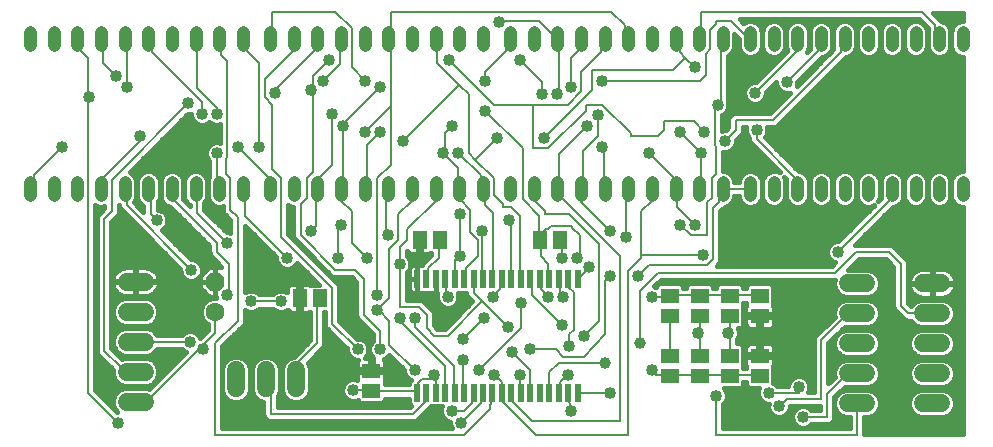
<source format=gtl>
G75*
G70*
%OFA0B0*%
%FSLAX24Y24*%
%IPPOS*%
%LPD*%
%AMOC8*
5,1,8,0,0,1.08239X$1,22.5*
%
%ADD10C,0.0436*%
%ADD11R,0.0197X0.0591*%
%ADD12R,0.0591X0.0512*%
%ADD13OC8,0.0630*%
%ADD14C,0.0630*%
%ADD15R,0.0512X0.0591*%
%ADD16C,0.0600*%
%ADD17C,0.0160*%
%ADD18C,0.0396*%
%ADD19C,0.0080*%
%ADD20C,0.0400*%
D10*
X000933Y008611D02*
X000933Y009048D01*
X001720Y009048D02*
X001720Y008611D01*
X002508Y008611D02*
X002508Y009048D01*
X003295Y009048D02*
X003295Y008611D01*
X004083Y008611D02*
X004083Y009048D01*
X004870Y009048D02*
X004870Y008611D01*
X005657Y008611D02*
X005657Y009048D01*
X006445Y009048D02*
X006445Y008611D01*
X007232Y008611D02*
X007232Y009048D01*
X008020Y009048D02*
X008020Y008611D01*
X008933Y008611D02*
X008933Y009048D01*
X009720Y009048D02*
X009720Y008611D01*
X010508Y008611D02*
X010508Y009048D01*
X011295Y009048D02*
X011295Y008611D01*
X012083Y008611D02*
X012083Y009048D01*
X012870Y009048D02*
X012870Y008611D01*
X013657Y008611D02*
X013657Y009048D01*
X014445Y009048D02*
X014445Y008611D01*
X015232Y008611D02*
X015232Y009048D01*
X016020Y009048D02*
X016020Y008611D01*
X016933Y008611D02*
X016933Y009048D01*
X017720Y009048D02*
X017720Y008611D01*
X018508Y008611D02*
X018508Y009048D01*
X019295Y009048D02*
X019295Y008611D01*
X020083Y008611D02*
X020083Y009048D01*
X020870Y009048D02*
X020870Y008611D01*
X021657Y008611D02*
X021657Y009048D01*
X022445Y009048D02*
X022445Y008611D01*
X023232Y008611D02*
X023232Y009048D01*
X024020Y009048D02*
X024020Y008611D01*
X024933Y008611D02*
X024933Y009048D01*
X025720Y009048D02*
X025720Y008611D01*
X026508Y008611D02*
X026508Y009048D01*
X027295Y009048D02*
X027295Y008611D01*
X028083Y008611D02*
X028083Y009048D01*
X028870Y009048D02*
X028870Y008611D01*
X029657Y008611D02*
X029657Y009048D01*
X030445Y009048D02*
X030445Y008611D01*
X031232Y008611D02*
X031232Y009048D01*
X032020Y009048D02*
X032020Y008611D01*
X032020Y013611D02*
X032020Y014048D01*
X031232Y014048D02*
X031232Y013611D01*
X030445Y013611D02*
X030445Y014048D01*
X029657Y014048D02*
X029657Y013611D01*
X028870Y013611D02*
X028870Y014048D01*
X028083Y014048D02*
X028083Y013611D01*
X027295Y013611D02*
X027295Y014048D01*
X026508Y014048D02*
X026508Y013611D01*
X025720Y013611D02*
X025720Y014048D01*
X024933Y014048D02*
X024933Y013611D01*
X024020Y013611D02*
X024020Y014048D01*
X023232Y014048D02*
X023232Y013611D01*
X022445Y013611D02*
X022445Y014048D01*
X021657Y014048D02*
X021657Y013611D01*
X020870Y013611D02*
X020870Y014048D01*
X020083Y014048D02*
X020083Y013611D01*
X019295Y013611D02*
X019295Y014048D01*
X018508Y014048D02*
X018508Y013611D01*
X017720Y013611D02*
X017720Y014048D01*
X016933Y014048D02*
X016933Y013611D01*
X016020Y013611D02*
X016020Y014048D01*
X015232Y014048D02*
X015232Y013611D01*
X014445Y013611D02*
X014445Y014048D01*
X013657Y014048D02*
X013657Y013611D01*
X012870Y013611D02*
X012870Y014048D01*
X012083Y014048D02*
X012083Y013611D01*
X011295Y013611D02*
X011295Y014048D01*
X010508Y014048D02*
X010508Y013611D01*
X009720Y013611D02*
X009720Y014048D01*
X008933Y014048D02*
X008933Y013611D01*
X008020Y013611D02*
X008020Y014048D01*
X007232Y014048D02*
X007232Y013611D01*
X006445Y013611D02*
X006445Y014048D01*
X005657Y014048D02*
X005657Y013611D01*
X004870Y013611D02*
X004870Y014048D01*
X004083Y014048D02*
X004083Y013611D01*
X003295Y013611D02*
X003295Y014048D01*
X002508Y014048D02*
X002508Y013611D01*
X001720Y013611D02*
X001720Y014048D01*
X000933Y014048D02*
X000933Y013611D01*
D11*
X013823Y005820D03*
X014138Y005820D03*
X014453Y005820D03*
X014768Y005820D03*
X015083Y005820D03*
X015398Y005820D03*
X015713Y005820D03*
X016028Y005820D03*
X016343Y005820D03*
X016657Y005820D03*
X016972Y005820D03*
X017287Y005820D03*
X017602Y005820D03*
X017917Y005820D03*
X018232Y005820D03*
X018547Y005820D03*
X018862Y005820D03*
X019177Y005820D03*
X019177Y002040D03*
X018862Y002040D03*
X018547Y002040D03*
X018232Y002040D03*
X017917Y002040D03*
X017602Y002040D03*
X017287Y002040D03*
X016972Y002040D03*
X016657Y002040D03*
X016343Y002040D03*
X016028Y002040D03*
X015713Y002040D03*
X015398Y002040D03*
X015083Y002040D03*
X014768Y002040D03*
X014453Y002040D03*
X014138Y002040D03*
X013823Y002040D03*
D12*
X012300Y002095D03*
X012300Y002765D03*
X022250Y002595D03*
X023250Y002595D03*
X024250Y002595D03*
X025250Y002595D03*
X025250Y003265D03*
X024250Y003265D03*
X023250Y003265D03*
X022250Y003265D03*
X022250Y004595D03*
X023250Y004595D03*
X024250Y004595D03*
X025250Y004595D03*
X025250Y005265D03*
X024250Y005265D03*
X023250Y005265D03*
X022250Y005265D03*
D13*
X007100Y005730D03*
D14*
X007100Y004730D03*
D15*
X009915Y005180D03*
X010585Y005180D03*
X013915Y007130D03*
X014585Y007130D03*
X017915Y007130D03*
X018585Y007130D03*
D16*
X009800Y002780D02*
X009800Y002180D01*
X008800Y002180D02*
X008800Y002780D01*
X007800Y002780D02*
X007800Y002180D01*
X004750Y001730D02*
X004150Y001730D01*
X004150Y002730D02*
X004750Y002730D01*
X004750Y003730D02*
X004150Y003730D01*
X004150Y004730D02*
X004750Y004730D01*
X004750Y005730D02*
X004150Y005730D01*
X028200Y005680D02*
X028800Y005680D01*
X030700Y005680D02*
X031300Y005680D01*
X031300Y004680D02*
X030700Y004680D01*
X028800Y004680D02*
X028200Y004680D01*
X028200Y003680D02*
X028800Y003680D01*
X030700Y003680D02*
X031300Y003680D01*
X031300Y002680D02*
X030700Y002680D01*
X028800Y002680D02*
X028200Y002680D01*
X028200Y001680D02*
X028800Y001680D01*
X030700Y001680D02*
X031300Y001680D01*
D17*
X031690Y001419D02*
X031760Y001588D01*
X031760Y001771D01*
X031690Y001941D01*
X031561Y002070D01*
X031391Y002140D01*
X030608Y002140D01*
X030439Y002070D01*
X030310Y001941D01*
X030240Y001771D01*
X030240Y001588D01*
X030310Y001419D01*
X030439Y001290D01*
X030608Y001220D01*
X031391Y001220D01*
X031561Y001290D01*
X031690Y001419D01*
X031702Y001448D02*
X032040Y001448D01*
X032040Y001290D02*
X031559Y001290D01*
X031760Y001607D02*
X032040Y001607D01*
X032040Y001765D02*
X031760Y001765D01*
X031697Y001924D02*
X032040Y001924D01*
X032040Y002082D02*
X031532Y002082D01*
X031441Y002241D02*
X032040Y002241D01*
X032040Y002399D02*
X031670Y002399D01*
X031690Y002419D02*
X031760Y002588D01*
X031760Y002771D01*
X031690Y002941D01*
X031561Y003070D01*
X031391Y003140D01*
X030608Y003140D01*
X030439Y003070D01*
X030310Y002941D01*
X030240Y002771D01*
X030240Y002588D01*
X030310Y002419D01*
X030439Y002290D01*
X030608Y002220D01*
X031391Y002220D01*
X031561Y002290D01*
X031690Y002419D01*
X031747Y002558D02*
X032040Y002558D01*
X032040Y002716D02*
X031760Y002716D01*
X031717Y002875D02*
X032040Y002875D01*
X032040Y003033D02*
X031598Y003033D01*
X031561Y003290D02*
X031391Y003220D01*
X030608Y003220D01*
X030439Y003290D01*
X030310Y003419D01*
X030240Y003588D01*
X030240Y003771D01*
X030310Y003941D01*
X030439Y004070D01*
X030608Y004140D01*
X031391Y004140D01*
X031561Y004070D01*
X031690Y003941D01*
X031760Y003771D01*
X031760Y003588D01*
X031690Y003419D01*
X031561Y003290D01*
X031621Y003350D02*
X032040Y003350D01*
X032040Y003192D02*
X027540Y003192D01*
X027540Y003350D02*
X027879Y003350D01*
X027939Y003290D02*
X028108Y003220D01*
X028891Y003220D01*
X029061Y003290D01*
X029190Y003419D01*
X029260Y003588D01*
X029260Y003771D01*
X029190Y003941D01*
X029061Y004070D01*
X028891Y004140D01*
X028108Y004140D01*
X027939Y004070D01*
X027810Y003941D01*
X027740Y003771D01*
X027740Y003588D01*
X027810Y003419D01*
X027939Y003290D01*
X027939Y003070D02*
X028108Y003140D01*
X028891Y003140D01*
X029061Y003070D01*
X029190Y002941D01*
X029260Y002771D01*
X029260Y002588D01*
X029190Y002419D01*
X029061Y002290D01*
X028891Y002220D01*
X028108Y002220D01*
X028088Y002229D01*
X027740Y001881D01*
X027740Y001182D01*
X027703Y001094D01*
X027636Y001027D01*
X027548Y000990D01*
X026969Y000990D01*
X026904Y000925D01*
X026772Y000870D01*
X026628Y000870D01*
X026496Y000925D01*
X026395Y001026D01*
X026340Y001158D01*
X026340Y001302D01*
X026395Y001434D01*
X026496Y001535D01*
X026628Y001590D01*
X026772Y001590D01*
X026904Y001535D01*
X026969Y001470D01*
X027260Y001470D01*
X027260Y001590D01*
X026260Y001590D01*
X026260Y001508D01*
X026205Y001376D01*
X026104Y001275D01*
X025972Y001220D01*
X025828Y001220D01*
X025696Y001275D01*
X025595Y001376D01*
X025540Y001508D01*
X025540Y001652D01*
X025548Y001670D01*
X025478Y001670D01*
X025346Y001725D01*
X025245Y001826D01*
X025190Y001958D01*
X025190Y002102D01*
X025222Y002179D01*
X024888Y002179D01*
X024795Y002273D01*
X024795Y002390D01*
X024705Y002390D01*
X024705Y002273D01*
X024612Y002179D01*
X024060Y002179D01*
X024105Y002134D01*
X024160Y002002D01*
X024160Y001858D01*
X024105Y001726D01*
X024040Y001661D01*
X024040Y000870D01*
X028260Y000870D01*
X028260Y001220D01*
X028108Y001220D01*
X027939Y001290D01*
X027810Y001419D01*
X027740Y001588D01*
X027740Y001771D01*
X027810Y001941D01*
X027939Y002070D01*
X028108Y002140D01*
X028891Y002140D01*
X029061Y002070D01*
X029190Y001941D01*
X029260Y001771D01*
X029260Y001588D01*
X029190Y001419D01*
X029061Y001290D01*
X028891Y001220D01*
X028740Y001220D01*
X028740Y000660D01*
X032040Y000660D01*
X032040Y008233D01*
X031944Y008233D01*
X031806Y008291D01*
X031699Y008397D01*
X031642Y008536D01*
X031642Y009123D01*
X031699Y009262D01*
X031806Y009368D01*
X031944Y009426D01*
X032040Y009426D01*
X032040Y013233D01*
X031944Y013233D01*
X031806Y013291D01*
X031699Y013397D01*
X031642Y013536D01*
X031642Y014123D01*
X031699Y014262D01*
X031806Y014368D01*
X031944Y014426D01*
X032040Y014426D01*
X032040Y014696D01*
X031023Y014696D01*
X031294Y014426D01*
X031307Y014426D01*
X031446Y014368D01*
X031553Y014262D01*
X031610Y014123D01*
X031610Y013536D01*
X031553Y013397D01*
X031446Y013291D01*
X031307Y013233D01*
X031157Y013233D01*
X031018Y013291D01*
X030912Y013397D01*
X030854Y013536D01*
X030854Y014123D01*
X030860Y014137D01*
X030860Y014181D01*
X030551Y014490D01*
X024579Y014490D01*
X024710Y014359D01*
X024719Y014368D01*
X024858Y014426D01*
X025008Y014426D01*
X025147Y014368D01*
X025254Y014262D01*
X025311Y014123D01*
X025311Y013536D01*
X025254Y013397D01*
X025147Y013291D01*
X025008Y013233D01*
X024858Y013233D01*
X024719Y013291D01*
X024613Y013397D01*
X024555Y013536D01*
X024555Y013836D01*
X024398Y013993D01*
X024398Y013536D01*
X024340Y013397D01*
X024234Y013291D01*
X024190Y013273D01*
X024190Y011750D01*
X024210Y011702D01*
X024210Y011558D01*
X024155Y011426D01*
X024054Y011325D01*
X023990Y011298D01*
X023990Y010774D01*
X024028Y010790D01*
X024121Y010790D01*
X024210Y010879D01*
X024210Y011178D01*
X024247Y011266D01*
X024314Y011333D01*
X024402Y011370D01*
X025601Y011370D01*
X026271Y012040D01*
X026222Y012020D01*
X026078Y012020D01*
X025946Y012075D01*
X025845Y012176D01*
X025790Y012308D01*
X025790Y012381D01*
X025460Y012051D01*
X025460Y011958D01*
X025405Y011826D01*
X025304Y011725D01*
X025172Y011670D01*
X025028Y011670D01*
X024896Y011725D01*
X024795Y011826D01*
X024740Y011958D01*
X024740Y012102D01*
X024795Y012234D01*
X024896Y012335D01*
X025028Y012390D01*
X025121Y012390D01*
X026170Y013439D01*
X026130Y013536D01*
X026130Y014123D01*
X026187Y014262D01*
X026294Y014368D01*
X026433Y014426D01*
X026583Y014426D01*
X026722Y014368D01*
X026828Y014262D01*
X026886Y014123D01*
X026886Y013536D01*
X026829Y013398D01*
X026932Y013501D01*
X026917Y013536D01*
X026917Y014123D01*
X026975Y014262D01*
X027081Y014368D01*
X027220Y014426D01*
X027370Y014426D01*
X027509Y014368D01*
X027616Y014262D01*
X027673Y014123D01*
X027673Y013536D01*
X027616Y013397D01*
X027509Y013291D01*
X027370Y013233D01*
X027343Y013233D01*
X026510Y012401D01*
X026510Y012308D01*
X026490Y012259D01*
X027710Y013479D01*
X027710Y013523D01*
X027705Y013536D01*
X027705Y014123D01*
X027762Y014262D01*
X027868Y014368D01*
X028007Y014426D01*
X028158Y014426D01*
X028297Y014368D01*
X028403Y014262D01*
X028461Y014123D01*
X028461Y013536D01*
X028403Y013397D01*
X028297Y013291D01*
X028158Y013233D01*
X028143Y013233D01*
X025903Y010994D01*
X025836Y010927D01*
X025748Y010890D01*
X025494Y010890D01*
X025510Y010852D01*
X025510Y010708D01*
X025455Y010576D01*
X025424Y010545D01*
X026544Y009426D01*
X026583Y009426D01*
X026722Y009368D01*
X026828Y009262D01*
X026886Y009123D01*
X026886Y008536D01*
X026828Y008397D01*
X026722Y008291D01*
X026583Y008233D01*
X026433Y008233D01*
X026294Y008291D01*
X026187Y008397D01*
X026130Y008536D01*
X026130Y009123D01*
X026141Y009150D01*
X026050Y009241D01*
X026099Y009123D01*
X026099Y008536D01*
X026041Y008397D01*
X025935Y008291D01*
X025796Y008233D01*
X025645Y008233D01*
X025506Y008291D01*
X025400Y008397D01*
X025342Y008536D01*
X025342Y009123D01*
X025400Y009262D01*
X025506Y009368D01*
X025645Y009426D01*
X025796Y009426D01*
X025914Y009377D01*
X025014Y010277D01*
X024947Y010344D01*
X024910Y010432D01*
X024910Y010511D01*
X024845Y010576D01*
X024790Y010708D01*
X024790Y010852D01*
X024806Y010890D01*
X024690Y010890D01*
X024690Y010732D01*
X024653Y010644D01*
X024460Y010451D01*
X024460Y010358D01*
X024405Y010226D01*
X024304Y010125D01*
X024172Y010070D01*
X024040Y010070D01*
X024040Y009426D01*
X024095Y009426D01*
X024234Y009368D01*
X024340Y009262D01*
X024398Y009123D01*
X024398Y009070D01*
X024555Y009070D01*
X024555Y009123D01*
X024613Y009262D01*
X024719Y009368D01*
X024858Y009426D01*
X025008Y009426D01*
X025147Y009368D01*
X025254Y009262D01*
X025311Y009123D01*
X025311Y008536D01*
X025254Y008397D01*
X025147Y008291D01*
X025008Y008233D01*
X024858Y008233D01*
X024719Y008291D01*
X024613Y008397D01*
X024555Y008536D01*
X024555Y008590D01*
X024398Y008590D01*
X024398Y008536D01*
X024340Y008397D01*
X024234Y008291D01*
X024095Y008233D01*
X024093Y008233D01*
X023940Y008081D01*
X023940Y006432D01*
X023903Y006344D01*
X023829Y006270D01*
X027651Y006270D01*
X027759Y006378D01*
X027646Y006425D01*
X027545Y006526D01*
X027490Y006658D01*
X027490Y006802D01*
X027545Y006934D01*
X027646Y007035D01*
X027778Y007090D01*
X027871Y007090D01*
X029063Y008282D01*
X028945Y008233D01*
X028795Y008233D01*
X028656Y008291D01*
X028550Y008397D01*
X028492Y008536D01*
X028492Y009123D01*
X028550Y009262D01*
X028656Y009368D01*
X028795Y009426D01*
X028945Y009426D01*
X029084Y009368D01*
X029191Y009262D01*
X029248Y009123D01*
X029248Y008536D01*
X029200Y008419D01*
X029290Y008510D01*
X029279Y008536D01*
X029279Y009123D01*
X029337Y009262D01*
X029443Y009368D01*
X029582Y009426D01*
X029733Y009426D01*
X029872Y009368D01*
X029978Y009262D01*
X030036Y009123D01*
X030036Y008536D01*
X029978Y008397D01*
X029872Y008291D01*
X029733Y008233D01*
X029693Y008233D01*
X028429Y006970D01*
X029598Y006970D01*
X029686Y006933D01*
X030086Y006533D01*
X030153Y006466D01*
X030190Y006378D01*
X030190Y005029D01*
X030299Y004920D01*
X030302Y004920D01*
X030310Y004941D01*
X030439Y005070D01*
X030608Y005140D01*
X031391Y005140D01*
X031561Y005070D01*
X031690Y004941D01*
X031760Y004771D01*
X031760Y004588D01*
X031690Y004419D01*
X031561Y004290D01*
X031391Y004220D01*
X030608Y004220D01*
X030439Y004290D01*
X030310Y004419D01*
X030302Y004440D01*
X030152Y004440D01*
X030064Y004477D01*
X029997Y004544D01*
X029747Y004794D01*
X029710Y004882D01*
X029710Y006231D01*
X029451Y006490D01*
X028549Y006490D01*
X028199Y006140D01*
X028891Y006140D01*
X029061Y006070D01*
X029190Y005941D01*
X029260Y005771D01*
X029260Y005588D01*
X029190Y005419D01*
X029061Y005290D01*
X028891Y005220D01*
X028108Y005220D01*
X027939Y005290D01*
X027810Y005419D01*
X027740Y005588D01*
X027740Y005771D01*
X027748Y005790D01*
X021949Y005790D01*
X021741Y005582D01*
X021795Y005560D01*
X021795Y005587D01*
X021888Y005681D01*
X022612Y005681D01*
X022705Y005587D01*
X022705Y005520D01*
X022795Y005520D01*
X022795Y005587D01*
X022888Y005681D01*
X023612Y005681D01*
X023705Y005587D01*
X023705Y005520D01*
X023795Y005520D01*
X023795Y005587D01*
X023888Y005681D01*
X024612Y005681D01*
X024705Y005587D01*
X024705Y005520D01*
X024795Y005520D01*
X024795Y005587D01*
X024888Y005681D01*
X025612Y005681D01*
X025705Y005587D01*
X025705Y004942D01*
X025702Y004939D01*
X025713Y004921D01*
X025725Y004875D01*
X025725Y004643D01*
X025298Y004643D01*
X025298Y004547D01*
X025298Y004159D01*
X025569Y004159D01*
X025615Y004172D01*
X025656Y004195D01*
X025689Y004229D01*
X025713Y004270D01*
X025725Y004316D01*
X025725Y004547D01*
X025298Y004547D01*
X025202Y004547D01*
X025202Y004159D01*
X024931Y004159D01*
X024885Y004172D01*
X024844Y004195D01*
X024811Y004229D01*
X024787Y004270D01*
X024775Y004316D01*
X024775Y004547D01*
X025202Y004547D01*
X025202Y004643D01*
X024775Y004643D01*
X024775Y004875D01*
X024787Y004921D01*
X024798Y004939D01*
X024795Y004942D01*
X024795Y005040D01*
X024705Y005040D01*
X024705Y004942D01*
X024693Y004930D01*
X024705Y004918D01*
X024705Y004273D01*
X024612Y004179D01*
X024528Y004179D01*
X024560Y004102D01*
X024560Y003958D01*
X024505Y003826D01*
X024490Y003811D01*
X024490Y003681D01*
X024612Y003681D01*
X024705Y003587D01*
X024705Y002942D01*
X024693Y002930D01*
X024705Y002918D01*
X024705Y002870D01*
X024795Y002870D01*
X024795Y002918D01*
X024798Y002921D01*
X024787Y002939D01*
X024775Y002985D01*
X024775Y003217D01*
X025202Y003217D01*
X025202Y003313D01*
X025202Y003701D01*
X024931Y003701D01*
X024885Y003688D01*
X024844Y003665D01*
X024811Y003631D01*
X024787Y003590D01*
X024775Y003544D01*
X024775Y003313D01*
X025202Y003313D01*
X025298Y003313D01*
X025298Y003701D01*
X025569Y003701D01*
X025615Y003688D01*
X025656Y003665D01*
X025689Y003631D01*
X025713Y003590D01*
X025725Y003544D01*
X025725Y003313D01*
X025298Y003313D01*
X025298Y003217D01*
X025725Y003217D01*
X025725Y002985D01*
X025713Y002939D01*
X025702Y002921D01*
X025705Y002918D01*
X025705Y002355D01*
X025754Y002335D01*
X025819Y002270D01*
X026190Y002270D01*
X026190Y002302D01*
X026245Y002434D01*
X026346Y002535D01*
X026478Y002590D01*
X026622Y002590D01*
X026754Y002535D01*
X026855Y002434D01*
X026910Y002302D01*
X026910Y002158D01*
X026873Y002070D01*
X027060Y002070D01*
X027060Y003828D01*
X027097Y003916D01*
X027749Y004568D01*
X027740Y004588D01*
X027740Y004771D01*
X027810Y004941D01*
X027939Y005070D01*
X028108Y005140D01*
X028891Y005140D01*
X029061Y005070D01*
X029190Y004941D01*
X029260Y004771D01*
X029260Y004588D01*
X029190Y004419D01*
X029061Y004290D01*
X028891Y004220D01*
X028108Y004220D01*
X028088Y004229D01*
X027540Y003681D01*
X027540Y002359D01*
X027749Y002568D01*
X027740Y002588D01*
X027740Y002771D01*
X027810Y002941D01*
X027939Y003070D01*
X027902Y003033D02*
X027540Y003033D01*
X027540Y002875D02*
X027783Y002875D01*
X027740Y002716D02*
X027540Y002716D01*
X027540Y002558D02*
X027738Y002558D01*
X027580Y002399D02*
X027540Y002399D01*
X027060Y002399D02*
X026870Y002399D01*
X026910Y002241D02*
X027060Y002241D01*
X027060Y002082D02*
X026878Y002082D01*
X026230Y002399D02*
X025705Y002399D01*
X025705Y002558D02*
X026400Y002558D01*
X026700Y002558D02*
X027060Y002558D01*
X027060Y002716D02*
X025705Y002716D01*
X025705Y002875D02*
X027060Y002875D01*
X027060Y003033D02*
X025725Y003033D01*
X025725Y003192D02*
X027060Y003192D01*
X027060Y003350D02*
X025725Y003350D01*
X025725Y003509D02*
X027060Y003509D01*
X027060Y003667D02*
X025652Y003667D01*
X025298Y003667D02*
X025202Y003667D01*
X025202Y003509D02*
X025298Y003509D01*
X025298Y003350D02*
X025202Y003350D01*
X024775Y003350D02*
X024705Y003350D01*
X024705Y003192D02*
X024775Y003192D01*
X024775Y003033D02*
X024705Y003033D01*
X024705Y002875D02*
X024795Y002875D01*
X024775Y003509D02*
X024705Y003509D01*
X024625Y003667D02*
X024848Y003667D01*
X024505Y003826D02*
X027060Y003826D01*
X027165Y003984D02*
X024560Y003984D01*
X024543Y004143D02*
X027323Y004143D01*
X027482Y004301D02*
X025721Y004301D01*
X025725Y004460D02*
X027640Y004460D01*
X027740Y004618D02*
X025298Y004618D01*
X025202Y004618D02*
X024705Y004618D01*
X024705Y004460D02*
X024775Y004460D01*
X024779Y004301D02*
X024705Y004301D01*
X025202Y004301D02*
X025298Y004301D01*
X025298Y004460D02*
X025202Y004460D01*
X024775Y004777D02*
X024705Y004777D01*
X024698Y004935D02*
X024795Y004935D01*
X025705Y004935D02*
X027808Y004935D01*
X027742Y004777D02*
X025725Y004777D01*
X025705Y005094D02*
X027996Y005094D01*
X028031Y005252D02*
X025705Y005252D01*
X025705Y005411D02*
X027819Y005411D01*
X027748Y005569D02*
X025705Y005569D01*
X024795Y005569D02*
X024705Y005569D01*
X023795Y005569D02*
X023705Y005569D01*
X022795Y005569D02*
X022705Y005569D01*
X021887Y005728D02*
X027740Y005728D01*
X028262Y006203D02*
X029710Y006203D01*
X029710Y006045D02*
X029086Y006045D01*
X029213Y005886D02*
X029710Y005886D01*
X029710Y005728D02*
X029260Y005728D01*
X029252Y005569D02*
X029710Y005569D01*
X029710Y005411D02*
X029181Y005411D01*
X028969Y005252D02*
X029710Y005252D01*
X029710Y005094D02*
X029004Y005094D01*
X029192Y004935D02*
X029710Y004935D01*
X029764Y004777D02*
X029258Y004777D01*
X029260Y004618D02*
X029923Y004618D01*
X030105Y004460D02*
X029207Y004460D01*
X029072Y004301D02*
X030428Y004301D01*
X030353Y003984D02*
X029147Y003984D01*
X029238Y003826D02*
X030262Y003826D01*
X030240Y003667D02*
X029260Y003667D01*
X029227Y003509D02*
X030273Y003509D01*
X030379Y003350D02*
X029121Y003350D01*
X029098Y003033D02*
X030402Y003033D01*
X030283Y002875D02*
X029217Y002875D01*
X029260Y002716D02*
X030240Y002716D01*
X030253Y002558D02*
X029247Y002558D01*
X029170Y002399D02*
X030330Y002399D01*
X030559Y002241D02*
X028941Y002241D01*
X029032Y002082D02*
X030468Y002082D01*
X030303Y001924D02*
X029197Y001924D01*
X029260Y001765D02*
X030240Y001765D01*
X030240Y001607D02*
X029260Y001607D01*
X029202Y001448D02*
X030298Y001448D01*
X030441Y001290D02*
X029059Y001290D01*
X028740Y001131D02*
X032040Y001131D01*
X032040Y000973D02*
X028740Y000973D01*
X028740Y000814D02*
X032040Y000814D01*
X028260Y000973D02*
X026952Y000973D01*
X026448Y000973D02*
X024040Y000973D01*
X024040Y001131D02*
X026351Y001131D01*
X026340Y001290D02*
X026119Y001290D01*
X026235Y001448D02*
X026409Y001448D01*
X025681Y001290D02*
X024040Y001290D01*
X024040Y001448D02*
X025565Y001448D01*
X025540Y001607D02*
X024040Y001607D01*
X024121Y001765D02*
X025306Y001765D01*
X025204Y001924D02*
X024160Y001924D01*
X024127Y002082D02*
X025190Y002082D01*
X024827Y002241D02*
X024673Y002241D01*
X027740Y001765D02*
X027740Y001765D01*
X027740Y001607D02*
X027740Y001607D01*
X027740Y001448D02*
X027798Y001448D01*
X027740Y001290D02*
X027941Y001290D01*
X027719Y001131D02*
X028260Y001131D01*
X027803Y001924D02*
X027783Y001924D01*
X027941Y002082D02*
X027968Y002082D01*
X027773Y003509D02*
X027540Y003509D01*
X027540Y003667D02*
X027740Y003667D01*
X027762Y003826D02*
X027685Y003826D01*
X027843Y003984D02*
X027853Y003984D01*
X028002Y004143D02*
X032040Y004143D01*
X032040Y003984D02*
X031647Y003984D01*
X031738Y003826D02*
X032040Y003826D01*
X032040Y003667D02*
X031760Y003667D01*
X031727Y003509D02*
X032040Y003509D01*
X032040Y004301D02*
X031572Y004301D01*
X031707Y004460D02*
X032040Y004460D01*
X032040Y004618D02*
X031760Y004618D01*
X031758Y004777D02*
X032040Y004777D01*
X032040Y004935D02*
X031692Y004935D01*
X031504Y005094D02*
X032040Y005094D01*
X032040Y005252D02*
X031517Y005252D01*
X031484Y005235D02*
X031552Y005269D01*
X031613Y005314D01*
X031666Y005367D01*
X031711Y005428D01*
X031745Y005496D01*
X031768Y005568D01*
X031780Y005642D01*
X031780Y005660D01*
X031020Y005660D01*
X031020Y005700D01*
X030980Y005700D01*
X030980Y006160D01*
X030662Y006160D01*
X030588Y006148D01*
X030516Y006125D01*
X030448Y006091D01*
X030387Y006046D01*
X030334Y005993D01*
X030289Y005932D01*
X030255Y005864D01*
X030232Y005792D01*
X030220Y005718D01*
X030220Y005700D01*
X030980Y005700D01*
X030980Y005660D01*
X031020Y005660D01*
X031020Y005200D01*
X031338Y005200D01*
X031412Y005212D01*
X031484Y005235D01*
X031698Y005411D02*
X032040Y005411D01*
X032040Y005569D02*
X031768Y005569D01*
X031780Y005700D02*
X031780Y005718D01*
X031768Y005792D01*
X031745Y005864D01*
X031711Y005932D01*
X031666Y005993D01*
X031613Y006046D01*
X031552Y006091D01*
X031484Y006125D01*
X031412Y006148D01*
X031338Y006160D01*
X031020Y006160D01*
X031020Y005700D01*
X031780Y005700D01*
X031778Y005728D02*
X032040Y005728D01*
X032040Y005886D02*
X031734Y005886D01*
X031614Y006045D02*
X032040Y006045D01*
X032040Y006203D02*
X030190Y006203D01*
X030190Y006045D02*
X030386Y006045D01*
X030266Y005886D02*
X030190Y005886D01*
X030190Y005728D02*
X030222Y005728D01*
X030220Y005660D02*
X030220Y005642D01*
X030232Y005568D01*
X030255Y005496D01*
X030289Y005428D01*
X030334Y005367D01*
X030387Y005314D01*
X030448Y005269D01*
X030516Y005235D01*
X030588Y005212D01*
X030662Y005200D01*
X030980Y005200D01*
X030980Y005660D01*
X030220Y005660D01*
X030232Y005569D02*
X030190Y005569D01*
X030190Y005411D02*
X030302Y005411D01*
X030190Y005252D02*
X030483Y005252D01*
X030496Y005094D02*
X030190Y005094D01*
X030284Y004935D02*
X030308Y004935D01*
X030980Y005252D02*
X031020Y005252D01*
X031020Y005411D02*
X030980Y005411D01*
X030980Y005569D02*
X031020Y005569D01*
X031020Y005728D02*
X030980Y005728D01*
X030980Y005886D02*
X031020Y005886D01*
X031020Y006045D02*
X030980Y006045D01*
X030190Y006362D02*
X032040Y006362D01*
X032040Y006520D02*
X030099Y006520D01*
X029941Y006679D02*
X032040Y006679D01*
X032040Y006837D02*
X029782Y006837D01*
X029579Y006362D02*
X028421Y006362D01*
X027742Y006362D02*
X023911Y006362D01*
X023940Y006520D02*
X027551Y006520D01*
X027490Y006679D02*
X023940Y006679D01*
X023940Y006837D02*
X027505Y006837D01*
X027606Y006996D02*
X023940Y006996D01*
X023940Y007154D02*
X027935Y007154D01*
X028093Y007313D02*
X023940Y007313D01*
X023940Y007471D02*
X028252Y007471D01*
X028410Y007630D02*
X023940Y007630D01*
X023940Y007788D02*
X028569Y007788D01*
X028727Y007947D02*
X023940Y007947D01*
X023964Y008105D02*
X028886Y008105D01*
X029018Y008264D02*
X029044Y008264D01*
X029201Y008422D02*
X029203Y008422D01*
X029248Y008581D02*
X029279Y008581D01*
X029279Y008739D02*
X029248Y008739D01*
X029248Y008898D02*
X029279Y008898D01*
X029279Y009056D02*
X029248Y009056D01*
X029210Y009215D02*
X029317Y009215D01*
X029455Y009373D02*
X029073Y009373D01*
X028667Y009373D02*
X028285Y009373D01*
X028297Y009368D02*
X028158Y009426D01*
X028007Y009426D01*
X027868Y009368D01*
X027762Y009262D01*
X027705Y009123D01*
X027705Y008536D01*
X027762Y008397D01*
X027868Y008291D01*
X028007Y008233D01*
X028158Y008233D01*
X028297Y008291D01*
X028403Y008397D01*
X028461Y008536D01*
X028461Y009123D01*
X028403Y009262D01*
X028297Y009368D01*
X028423Y009215D02*
X028530Y009215D01*
X028492Y009056D02*
X028461Y009056D01*
X028461Y008898D02*
X028492Y008898D01*
X028492Y008739D02*
X028461Y008739D01*
X028461Y008581D02*
X028492Y008581D01*
X028539Y008422D02*
X028413Y008422D01*
X028231Y008264D02*
X028722Y008264D01*
X029406Y007947D02*
X032040Y007947D01*
X032040Y008105D02*
X029564Y008105D01*
X029805Y008264D02*
X030297Y008264D01*
X030231Y008291D02*
X030370Y008233D01*
X030520Y008233D01*
X030659Y008291D01*
X030765Y008397D01*
X030823Y008536D01*
X030823Y009123D01*
X030765Y009262D01*
X030659Y009368D01*
X030520Y009426D01*
X030370Y009426D01*
X030231Y009368D01*
X030124Y009262D01*
X030067Y009123D01*
X030067Y008536D01*
X030124Y008397D01*
X030231Y008291D01*
X030114Y008422D02*
X029988Y008422D01*
X030036Y008581D02*
X030067Y008581D01*
X030067Y008739D02*
X030036Y008739D01*
X030036Y008898D02*
X030067Y008898D01*
X030067Y009056D02*
X030036Y009056D01*
X029998Y009215D02*
X030105Y009215D01*
X030242Y009373D02*
X029860Y009373D01*
X030648Y009373D02*
X031030Y009373D01*
X031018Y009368D02*
X030912Y009262D01*
X030854Y009123D01*
X030854Y008536D01*
X030912Y008397D01*
X031018Y008291D01*
X031157Y008233D01*
X031307Y008233D01*
X031446Y008291D01*
X031553Y008397D01*
X031610Y008536D01*
X031610Y009123D01*
X031553Y009262D01*
X031446Y009368D01*
X031307Y009426D01*
X031157Y009426D01*
X031018Y009368D01*
X030892Y009215D02*
X030785Y009215D01*
X030823Y009056D02*
X030854Y009056D01*
X030854Y008898D02*
X030823Y008898D01*
X030823Y008739D02*
X030854Y008739D01*
X030854Y008581D02*
X030823Y008581D01*
X030776Y008422D02*
X030902Y008422D01*
X031084Y008264D02*
X030593Y008264D01*
X031380Y008264D02*
X031872Y008264D01*
X031689Y008422D02*
X031563Y008422D01*
X031610Y008581D02*
X031642Y008581D01*
X031642Y008739D02*
X031610Y008739D01*
X031610Y008898D02*
X031642Y008898D01*
X031642Y009056D02*
X031610Y009056D01*
X031572Y009215D02*
X031680Y009215D01*
X031817Y009373D02*
X031435Y009373D01*
X032040Y009532D02*
X026438Y009532D01*
X026279Y009690D02*
X032040Y009690D01*
X032040Y009849D02*
X026121Y009849D01*
X025962Y010007D02*
X032040Y010007D01*
X032040Y010166D02*
X025804Y010166D01*
X025645Y010324D02*
X032040Y010324D01*
X032040Y010483D02*
X025487Y010483D01*
X025482Y010641D02*
X032040Y010641D01*
X032040Y010800D02*
X025510Y010800D01*
X025867Y010958D02*
X032040Y010958D01*
X032040Y011117D02*
X026026Y011117D01*
X026184Y011275D02*
X032040Y011275D01*
X032040Y011434D02*
X026343Y011434D01*
X026501Y011592D02*
X032040Y011592D01*
X032040Y011751D02*
X026660Y011751D01*
X026818Y011909D02*
X032040Y011909D01*
X032040Y012068D02*
X026977Y012068D01*
X027135Y012226D02*
X032040Y012226D01*
X032040Y012385D02*
X027294Y012385D01*
X027452Y012543D02*
X032040Y012543D01*
X032040Y012702D02*
X027611Y012702D01*
X027769Y012860D02*
X032040Y012860D01*
X032040Y013019D02*
X027928Y013019D01*
X028086Y013177D02*
X032040Y013177D01*
X031761Y013336D02*
X031491Y013336D01*
X031593Y013494D02*
X031659Y013494D01*
X031642Y013653D02*
X031610Y013653D01*
X031610Y013811D02*
X031642Y013811D01*
X031642Y013970D02*
X031610Y013970D01*
X031608Y014128D02*
X031644Y014128D01*
X031724Y014287D02*
X031528Y014287D01*
X031274Y014445D02*
X032040Y014445D01*
X032040Y014604D02*
X031116Y014604D01*
X030754Y014287D02*
X030741Y014287D01*
X030765Y014262D02*
X030659Y014368D01*
X030520Y014426D01*
X030370Y014426D01*
X030231Y014368D01*
X030124Y014262D01*
X030067Y014123D01*
X030067Y013536D01*
X030124Y013397D01*
X030231Y013291D01*
X030370Y013233D01*
X030520Y013233D01*
X030659Y013291D01*
X030765Y013397D01*
X030823Y013536D01*
X030823Y014123D01*
X030765Y014262D01*
X030821Y014128D02*
X030856Y014128D01*
X030854Y013970D02*
X030823Y013970D01*
X030823Y013811D02*
X030854Y013811D01*
X030854Y013653D02*
X030823Y013653D01*
X030805Y013494D02*
X030872Y013494D01*
X030974Y013336D02*
X030704Y013336D01*
X030186Y013336D02*
X029916Y013336D01*
X029872Y013291D02*
X029978Y013397D01*
X030036Y013536D01*
X030036Y014123D01*
X029978Y014262D01*
X029872Y014368D01*
X029733Y014426D01*
X029582Y014426D01*
X029443Y014368D01*
X029337Y014262D01*
X029279Y014123D01*
X029279Y013536D01*
X029337Y013397D01*
X029443Y013291D01*
X029582Y013233D01*
X029733Y013233D01*
X029872Y013291D01*
X030018Y013494D02*
X030084Y013494D01*
X030067Y013653D02*
X030036Y013653D01*
X030036Y013811D02*
X030067Y013811D01*
X030067Y013970D02*
X030036Y013970D01*
X030033Y014128D02*
X030069Y014128D01*
X030149Y014287D02*
X029953Y014287D01*
X029362Y014287D02*
X029166Y014287D01*
X029191Y014262D02*
X029084Y014368D01*
X028945Y014426D01*
X028795Y014426D01*
X028656Y014368D01*
X028550Y014262D01*
X028492Y014123D01*
X028492Y013536D01*
X028550Y013397D01*
X028656Y013291D01*
X028795Y013233D01*
X028945Y013233D01*
X029084Y013291D01*
X029191Y013397D01*
X029248Y013536D01*
X029248Y014123D01*
X029191Y014262D01*
X029246Y014128D02*
X029281Y014128D01*
X029279Y013970D02*
X029248Y013970D01*
X029248Y013811D02*
X029279Y013811D01*
X029279Y013653D02*
X029248Y013653D01*
X029231Y013494D02*
X029297Y013494D01*
X029399Y013336D02*
X029129Y013336D01*
X028611Y013336D02*
X028341Y013336D01*
X028443Y013494D02*
X028509Y013494D01*
X028492Y013653D02*
X028461Y013653D01*
X028461Y013811D02*
X028492Y013811D01*
X028492Y013970D02*
X028461Y013970D01*
X028459Y014128D02*
X028494Y014128D01*
X028574Y014287D02*
X028379Y014287D01*
X027787Y014287D02*
X027591Y014287D01*
X027671Y014128D02*
X027707Y014128D01*
X027705Y013970D02*
X027673Y013970D01*
X027673Y013811D02*
X027705Y013811D01*
X027705Y013653D02*
X027673Y013653D01*
X027656Y013494D02*
X027710Y013494D01*
X027566Y013336D02*
X027554Y013336D01*
X027408Y013177D02*
X027286Y013177D01*
X027249Y013019D02*
X027128Y013019D01*
X027091Y012860D02*
X026969Y012860D01*
X026932Y012702D02*
X026811Y012702D01*
X026774Y012543D02*
X026652Y012543D01*
X026615Y012385D02*
X026510Y012385D01*
X025964Y012068D02*
X025477Y012068D01*
X025440Y011909D02*
X026140Y011909D01*
X025981Y011751D02*
X025330Y011751D01*
X024870Y011751D02*
X024190Y011751D01*
X024190Y011909D02*
X024760Y011909D01*
X024740Y012068D02*
X024190Y012068D01*
X024190Y012226D02*
X024792Y012226D01*
X025015Y012385D02*
X024190Y012385D01*
X024190Y012543D02*
X025274Y012543D01*
X025432Y012702D02*
X024190Y012702D01*
X024190Y012860D02*
X025591Y012860D01*
X025749Y013019D02*
X024190Y013019D01*
X024190Y013177D02*
X025908Y013177D01*
X025935Y013291D02*
X025796Y013233D01*
X025645Y013233D01*
X025506Y013291D01*
X025400Y013397D01*
X025342Y013536D01*
X025342Y014123D01*
X025400Y014262D01*
X025506Y014368D01*
X025645Y014426D01*
X025796Y014426D01*
X025935Y014368D01*
X026041Y014262D01*
X026099Y014123D01*
X026099Y013536D01*
X026041Y013397D01*
X025935Y013291D01*
X025979Y013336D02*
X026066Y013336D01*
X026081Y013494D02*
X026147Y013494D01*
X026130Y013653D02*
X026099Y013653D01*
X026099Y013811D02*
X026130Y013811D01*
X026130Y013970D02*
X026099Y013970D01*
X026096Y014128D02*
X026132Y014128D01*
X026212Y014287D02*
X026016Y014287D01*
X025425Y014287D02*
X025229Y014287D01*
X025309Y014128D02*
X025344Y014128D01*
X025342Y013970D02*
X025311Y013970D01*
X025311Y013811D02*
X025342Y013811D01*
X025342Y013653D02*
X025311Y013653D01*
X025294Y013494D02*
X025360Y013494D01*
X025462Y013336D02*
X025192Y013336D01*
X024674Y013336D02*
X024278Y013336D01*
X024380Y013494D02*
X024572Y013494D01*
X024555Y013653D02*
X024398Y013653D01*
X024398Y013811D02*
X024555Y013811D01*
X024421Y013970D02*
X024398Y013970D01*
X024624Y014445D02*
X030596Y014445D01*
X026999Y014287D02*
X026804Y014287D01*
X026884Y014128D02*
X026919Y014128D01*
X026917Y013970D02*
X026886Y013970D01*
X026886Y013811D02*
X026917Y013811D01*
X026917Y013653D02*
X026886Y013653D01*
X026868Y013494D02*
X026925Y013494D01*
X025824Y012226D02*
X025635Y012226D01*
X025823Y011592D02*
X024210Y011592D01*
X024158Y011434D02*
X025664Y011434D01*
X024790Y010800D02*
X024690Y010800D01*
X024650Y010641D02*
X024818Y010641D01*
X024910Y010483D02*
X024492Y010483D01*
X024446Y010324D02*
X024967Y010324D01*
X025125Y010166D02*
X024345Y010166D01*
X024040Y010007D02*
X025284Y010007D01*
X025442Y009849D02*
X024040Y009849D01*
X024040Y009690D02*
X025601Y009690D01*
X025759Y009532D02*
X024040Y009532D01*
X024222Y009373D02*
X024730Y009373D01*
X025136Y009373D02*
X025518Y009373D01*
X025380Y009215D02*
X025273Y009215D01*
X025311Y009056D02*
X025342Y009056D01*
X025342Y008898D02*
X025311Y008898D01*
X025311Y008739D02*
X025342Y008739D01*
X025342Y008581D02*
X025311Y008581D01*
X025264Y008422D02*
X025390Y008422D01*
X025573Y008264D02*
X025081Y008264D01*
X024785Y008264D02*
X024168Y008264D01*
X024350Y008422D02*
X024602Y008422D01*
X024555Y008581D02*
X024398Y008581D01*
X024360Y009215D02*
X024593Y009215D01*
X026061Y009215D02*
X026076Y009215D01*
X026099Y009056D02*
X026130Y009056D01*
X026130Y008898D02*
X026099Y008898D01*
X026099Y008739D02*
X026130Y008739D01*
X026130Y008581D02*
X026099Y008581D01*
X026051Y008422D02*
X026177Y008422D01*
X026360Y008264D02*
X025868Y008264D01*
X026656Y008264D02*
X027147Y008264D01*
X027081Y008291D02*
X027220Y008233D01*
X027370Y008233D01*
X027509Y008291D01*
X027616Y008397D01*
X027673Y008536D01*
X027673Y009123D01*
X027616Y009262D01*
X027509Y009368D01*
X027370Y009426D01*
X027220Y009426D01*
X027081Y009368D01*
X026975Y009262D01*
X026917Y009123D01*
X026917Y008536D01*
X026975Y008397D01*
X027081Y008291D01*
X026964Y008422D02*
X026839Y008422D01*
X026886Y008581D02*
X026917Y008581D01*
X026917Y008739D02*
X026886Y008739D01*
X026886Y008898D02*
X026917Y008898D01*
X026917Y009056D02*
X026886Y009056D01*
X026848Y009215D02*
X026955Y009215D01*
X027093Y009373D02*
X026711Y009373D01*
X027498Y009373D02*
X027880Y009373D01*
X027743Y009215D02*
X027635Y009215D01*
X027673Y009056D02*
X027705Y009056D01*
X027705Y008898D02*
X027673Y008898D01*
X027673Y008739D02*
X027705Y008739D01*
X027705Y008581D02*
X027673Y008581D01*
X027626Y008422D02*
X027752Y008422D01*
X027935Y008264D02*
X027443Y008264D01*
X028930Y007471D02*
X032040Y007471D01*
X032040Y007313D02*
X028772Y007313D01*
X028613Y007154D02*
X032040Y007154D01*
X032040Y006996D02*
X028455Y006996D01*
X029089Y007630D02*
X032040Y007630D01*
X032040Y007788D02*
X029247Y007788D01*
X024130Y010800D02*
X023990Y010800D01*
X023990Y010958D02*
X024210Y010958D01*
X024210Y011117D02*
X023990Y011117D01*
X023990Y011275D02*
X024256Y011275D01*
X014310Y006675D02*
X014310Y006629D01*
X013997Y006316D01*
X013984Y006285D01*
X013945Y006295D01*
X013823Y006295D01*
X013823Y005820D01*
X013823Y005820D01*
X013823Y006295D01*
X013701Y006295D01*
X013655Y006283D01*
X013614Y006259D01*
X013608Y006253D01*
X013610Y006258D01*
X013610Y006402D01*
X013555Y006534D01*
X013490Y006599D01*
X013490Y006772D01*
X013492Y006765D01*
X013515Y006724D01*
X013549Y006691D01*
X013590Y006667D01*
X013636Y006655D01*
X013867Y006655D01*
X013867Y007082D01*
X013963Y007082D01*
X013963Y006655D01*
X014195Y006655D01*
X014241Y006667D01*
X014259Y006678D01*
X014262Y006675D01*
X014310Y006675D01*
X014201Y006520D02*
X013561Y006520D01*
X013570Y006679D02*
X013490Y006679D01*
X013867Y006679D02*
X013963Y006679D01*
X013963Y006837D02*
X013867Y006837D01*
X013867Y006996D02*
X013963Y006996D01*
X014042Y006362D02*
X013610Y006362D01*
X013823Y006203D02*
X013823Y006203D01*
X013823Y006045D02*
X013823Y006045D01*
X013823Y005886D02*
X013823Y005886D01*
X013823Y005820D02*
X013544Y005820D01*
X013544Y006115D01*
X013490Y006061D01*
X013490Y005120D01*
X013948Y005120D01*
X014036Y005083D01*
X014286Y004833D01*
X014353Y004766D01*
X014390Y004678D01*
X014390Y004279D01*
X014499Y004170D01*
X014751Y004170D01*
X015661Y005080D01*
X015598Y005143D01*
X015577Y005152D01*
X015509Y005219D01*
X015473Y005307D01*
X015473Y005364D01*
X015184Y005364D01*
X015210Y005302D01*
X015210Y005158D01*
X015155Y005026D01*
X015054Y004925D01*
X014922Y004870D01*
X014778Y004870D01*
X014646Y004925D01*
X014545Y005026D01*
X014490Y005158D01*
X014490Y005302D01*
X014508Y005344D01*
X014453Y005344D01*
X014453Y005820D01*
X014453Y005820D01*
X014453Y005344D01*
X014331Y005344D01*
X014285Y005357D01*
X014271Y005364D01*
X014004Y005364D01*
X013991Y005357D01*
X013945Y005344D01*
X013823Y005344D01*
X013823Y005820D01*
X013823Y005820D01*
X013823Y005820D01*
X013544Y005820D01*
X013544Y005501D01*
X013557Y005455D01*
X013580Y005414D01*
X013614Y005380D01*
X013655Y005357D01*
X013701Y005344D01*
X013823Y005344D01*
X013823Y005820D01*
X013823Y005728D02*
X013823Y005728D01*
X013823Y005569D02*
X013823Y005569D01*
X013823Y005411D02*
X013823Y005411D01*
X013584Y005411D02*
X013490Y005411D01*
X013490Y005569D02*
X013544Y005569D01*
X013544Y005728D02*
X013490Y005728D01*
X013490Y005886D02*
X013544Y005886D01*
X013544Y006045D02*
X013490Y006045D01*
X014453Y005728D02*
X014453Y005728D01*
X014453Y005569D02*
X014453Y005569D01*
X014453Y005411D02*
X014453Y005411D01*
X014490Y005252D02*
X013490Y005252D01*
X014012Y005094D02*
X014517Y005094D01*
X014636Y004935D02*
X014184Y004935D01*
X014343Y004777D02*
X015357Y004777D01*
X015516Y004935D02*
X015064Y004935D01*
X015183Y005094D02*
X015647Y005094D01*
X015495Y005252D02*
X015210Y005252D01*
X015199Y004618D02*
X014390Y004618D01*
X014390Y004460D02*
X015040Y004460D01*
X014882Y004301D02*
X014390Y004301D01*
X012908Y003283D02*
X013390Y002801D01*
X013390Y002708D01*
X013445Y002576D01*
X013546Y002475D01*
X013611Y002448D01*
X013564Y002402D01*
X013564Y002320D01*
X012755Y002320D01*
X012755Y002418D01*
X012752Y002421D01*
X012763Y002439D01*
X012775Y002485D01*
X012775Y002717D01*
X012348Y002717D01*
X012348Y002813D01*
X012252Y002813D01*
X012252Y003201D01*
X012080Y003201D01*
X012155Y003276D01*
X012210Y003408D01*
X012210Y003552D01*
X012155Y003684D01*
X012054Y003785D01*
X011922Y003840D01*
X011829Y003840D01*
X011240Y004429D01*
X011240Y005578D01*
X011203Y005666D01*
X009540Y007329D01*
X009540Y008277D01*
X009645Y008233D01*
X009710Y008233D01*
X009710Y007232D01*
X009747Y007144D01*
X009814Y007077D01*
X010964Y005927D01*
X011052Y005890D01*
X011651Y005890D01*
X011810Y005731D01*
X011810Y004582D01*
X011847Y004494D01*
X012360Y003981D01*
X012360Y003749D01*
X012295Y003684D01*
X012240Y003552D01*
X012240Y003408D01*
X012295Y003276D01*
X012370Y003201D01*
X012348Y003201D01*
X012348Y002813D01*
X012775Y002813D01*
X012775Y003044D01*
X012763Y003090D01*
X012739Y003131D01*
X012727Y003143D01*
X012804Y003175D01*
X012905Y003276D01*
X012908Y003283D01*
X012821Y003192D02*
X012999Y003192D01*
X013158Y003033D02*
X012775Y003033D01*
X012775Y002875D02*
X013316Y002875D01*
X013390Y002716D02*
X012775Y002716D01*
X012775Y002558D02*
X013463Y002558D01*
X013564Y002399D02*
X012755Y002399D01*
X012252Y002717D02*
X011825Y002717D01*
X011825Y002485D01*
X011830Y002466D01*
X011772Y002490D01*
X011628Y002490D01*
X011496Y002435D01*
X011395Y002334D01*
X011340Y002202D01*
X011340Y002058D01*
X011395Y001926D01*
X011496Y001825D01*
X011628Y001770D01*
X011772Y001770D01*
X011845Y001800D01*
X011845Y001773D01*
X011938Y001679D01*
X012662Y001679D01*
X012755Y001773D01*
X012755Y001840D01*
X013564Y001840D01*
X013564Y001679D01*
X013637Y001606D01*
X013601Y001570D01*
X009190Y001570D01*
X009190Y001920D01*
X009260Y002088D01*
X009260Y002871D01*
X009190Y003041D01*
X009061Y003170D01*
X008891Y003240D01*
X008708Y003240D01*
X008539Y003170D01*
X008410Y003041D01*
X008340Y002871D01*
X008340Y002088D01*
X008410Y001919D01*
X008539Y001790D01*
X008708Y001720D01*
X008710Y001720D01*
X008710Y001282D01*
X008747Y001194D01*
X008814Y001127D01*
X008902Y001090D01*
X013748Y001090D01*
X013836Y001127D01*
X013903Y001194D01*
X014294Y001585D01*
X014675Y001585D01*
X014640Y001502D01*
X014640Y001358D01*
X014695Y001226D01*
X014796Y001125D01*
X014928Y001070D01*
X014940Y001070D01*
X014940Y000958D01*
X014977Y000870D01*
X007340Y000870D01*
X007340Y003581D01*
X007986Y004227D01*
X008053Y004294D01*
X008090Y004382D01*
X008090Y004781D01*
X008096Y004775D01*
X008228Y004720D01*
X008372Y004720D01*
X008504Y004775D01*
X008569Y004840D01*
X009031Y004840D01*
X009096Y004775D01*
X009228Y004720D01*
X009372Y004720D01*
X009504Y004775D01*
X009511Y004782D01*
X009515Y004774D01*
X009549Y004741D01*
X009590Y004717D01*
X009636Y004705D01*
X009867Y004705D01*
X009867Y005132D01*
X009963Y005132D01*
X009963Y004705D01*
X010195Y004705D01*
X010241Y004717D01*
X010259Y004728D01*
X010260Y004727D01*
X010260Y003779D01*
X009721Y003240D01*
X009708Y003240D01*
X009539Y003170D01*
X009410Y003041D01*
X009340Y002871D01*
X009340Y002088D01*
X009410Y001919D01*
X009539Y001790D01*
X009708Y001720D01*
X009891Y001720D01*
X010061Y001790D01*
X010190Y001919D01*
X010260Y002088D01*
X010260Y002871D01*
X010193Y003033D01*
X011825Y003033D01*
X011825Y003044D02*
X011825Y002813D01*
X012252Y002813D01*
X012252Y002717D01*
X012252Y002875D02*
X012348Y002875D01*
X012348Y003033D02*
X012252Y003033D01*
X012252Y003192D02*
X012348Y003192D01*
X012264Y003350D02*
X012186Y003350D01*
X012210Y003509D02*
X012240Y003509D01*
X012288Y003667D02*
X012162Y003667D01*
X012360Y003826D02*
X011957Y003826D01*
X011685Y003984D02*
X012357Y003984D01*
X012198Y004143D02*
X011527Y004143D01*
X011368Y004301D02*
X012040Y004301D01*
X011881Y004460D02*
X011240Y004460D01*
X011240Y004618D02*
X011810Y004618D01*
X011810Y004777D02*
X011240Y004777D01*
X011240Y004935D02*
X011810Y004935D01*
X011810Y005094D02*
X011240Y005094D01*
X011240Y005252D02*
X011810Y005252D01*
X011810Y005411D02*
X011240Y005411D01*
X011240Y005569D02*
X011810Y005569D01*
X011810Y005728D02*
X011142Y005728D01*
X010983Y005886D02*
X011655Y005886D01*
X010846Y006045D02*
X010825Y006045D01*
X010688Y006203D02*
X010666Y006203D01*
X010529Y006362D02*
X010508Y006362D01*
X010371Y006520D02*
X010349Y006520D01*
X010212Y006679D02*
X010191Y006679D01*
X010054Y006837D02*
X010032Y006837D01*
X009895Y006996D02*
X009874Y006996D01*
X009742Y007154D02*
X009715Y007154D01*
X009710Y007313D02*
X009557Y007313D01*
X009540Y007471D02*
X009710Y007471D01*
X009710Y007630D02*
X009540Y007630D01*
X009540Y007788D02*
X009710Y007788D01*
X009710Y007947D02*
X009540Y007947D01*
X009540Y008105D02*
X009710Y008105D01*
X009573Y008264D02*
X009540Y008264D01*
X008220Y007471D02*
X008090Y007471D01*
X008090Y007601D02*
X009140Y006551D01*
X009140Y006458D01*
X009195Y006326D01*
X009296Y006225D01*
X009428Y006170D01*
X009572Y006170D01*
X009704Y006225D01*
X009805Y006326D01*
X009823Y006368D01*
X010555Y005635D01*
X010262Y005635D01*
X010259Y005632D01*
X010241Y005643D01*
X010195Y005655D01*
X009963Y005655D01*
X009963Y005228D01*
X009867Y005228D01*
X009867Y005655D01*
X009636Y005655D01*
X009590Y005643D01*
X009549Y005619D01*
X009515Y005586D01*
X009492Y005545D01*
X009479Y005499D01*
X009479Y005395D01*
X009372Y005440D01*
X009228Y005440D01*
X009096Y005385D01*
X009031Y005320D01*
X008569Y005320D01*
X008504Y005385D01*
X008372Y005440D01*
X008228Y005440D01*
X008096Y005385D01*
X008090Y005379D01*
X008090Y007601D01*
X007610Y007630D02*
X007240Y007630D01*
X007081Y007788D02*
X007603Y007788D01*
X007610Y007781D02*
X007610Y007374D01*
X007572Y007390D01*
X007479Y007390D01*
X006740Y008129D01*
X006740Y008372D01*
X006765Y008397D01*
X006823Y008536D01*
X006823Y009123D01*
X006765Y009262D01*
X006659Y009368D01*
X006520Y009426D01*
X006370Y009426D01*
X006231Y009368D01*
X006124Y009262D01*
X006067Y009123D01*
X006067Y008536D01*
X006124Y008397D01*
X006231Y008291D01*
X006260Y008279D01*
X006260Y008259D01*
X006020Y008499D01*
X006036Y008536D01*
X006036Y009123D01*
X005978Y009262D01*
X005872Y009368D01*
X005733Y009426D01*
X005582Y009426D01*
X005443Y009368D01*
X005337Y009262D01*
X005279Y009123D01*
X005279Y008536D01*
X005337Y008397D01*
X005443Y008291D01*
X005582Y008233D01*
X005607Y008233D01*
X006910Y006931D01*
X006910Y006682D01*
X006947Y006594D01*
X007310Y006231D01*
X007310Y006220D01*
X007305Y006225D01*
X007100Y006225D01*
X007100Y005730D01*
X007100Y005730D01*
X007100Y005235D01*
X007140Y005235D01*
X007140Y005208D01*
X007141Y005205D01*
X007006Y005205D01*
X006831Y005133D01*
X006697Y004999D01*
X006625Y004824D01*
X006625Y004636D01*
X006697Y004461D01*
X006831Y004327D01*
X006860Y004315D01*
X006860Y004129D01*
X006587Y003857D01*
X006555Y003934D01*
X006454Y004035D01*
X006322Y004090D01*
X006178Y004090D01*
X006046Y004035D01*
X005981Y003970D01*
X005148Y003970D01*
X005140Y003991D01*
X005011Y004120D01*
X004841Y004190D01*
X004058Y004190D01*
X003889Y004120D01*
X003760Y003991D01*
X003690Y003821D01*
X003690Y003638D01*
X003760Y003469D01*
X003889Y003340D01*
X004058Y003270D01*
X004841Y003270D01*
X005011Y003340D01*
X005140Y003469D01*
X005148Y003490D01*
X005981Y003490D01*
X006046Y003425D01*
X006123Y003393D01*
X004897Y002167D01*
X004841Y002190D01*
X004058Y002190D01*
X003889Y002120D01*
X003760Y001991D01*
X003690Y001821D01*
X003690Y001638D01*
X003760Y001469D01*
X003839Y001390D01*
X003829Y001390D01*
X003090Y002129D01*
X003090Y008287D01*
X003220Y008233D01*
X003370Y008233D01*
X003410Y008250D01*
X003410Y008179D01*
X003197Y007966D01*
X003160Y007878D01*
X003160Y003382D01*
X003197Y003294D01*
X003264Y003227D01*
X003690Y002801D01*
X003690Y002638D01*
X003760Y002469D01*
X003889Y002340D01*
X004058Y002270D01*
X004841Y002270D01*
X005011Y002340D01*
X005140Y002469D01*
X005210Y002638D01*
X005210Y002821D01*
X005140Y002991D01*
X005011Y003120D01*
X004841Y003190D01*
X004058Y003190D01*
X004003Y003167D01*
X003640Y003529D01*
X003640Y007731D01*
X003786Y007877D01*
X003853Y007944D01*
X003890Y008032D01*
X003890Y008282D01*
X003910Y008274D01*
X003910Y008232D01*
X003947Y008144D01*
X004014Y008077D01*
X005940Y006151D01*
X005940Y006058D01*
X005995Y005926D01*
X006096Y005825D01*
X006228Y005770D01*
X006372Y005770D01*
X006504Y005825D01*
X006605Y005926D01*
X006605Y005730D01*
X007100Y005730D01*
X007100Y005730D01*
X007100Y005730D01*
X007100Y006225D01*
X006895Y006225D01*
X006612Y005942D01*
X006660Y006058D01*
X006660Y006202D01*
X006605Y006334D01*
X006504Y006435D01*
X006372Y006490D01*
X006279Y006490D01*
X005312Y007457D01*
X005354Y007475D01*
X005455Y007576D01*
X005510Y007708D01*
X005510Y007852D01*
X005455Y007984D01*
X005354Y008085D01*
X005222Y008140D01*
X005190Y008140D01*
X005190Y008397D01*
X005191Y008397D01*
X005248Y008536D01*
X005248Y009123D01*
X005191Y009262D01*
X005084Y009368D01*
X004945Y009426D01*
X004795Y009426D01*
X004656Y009368D01*
X004550Y009262D01*
X004492Y009123D01*
X004492Y008536D01*
X004550Y008397D01*
X004656Y008291D01*
X004710Y008269D01*
X004710Y008059D01*
X004390Y008379D01*
X004390Y008384D01*
X004403Y008397D01*
X004461Y008536D01*
X004461Y009123D01*
X004403Y009262D01*
X004297Y009368D01*
X004248Y009389D01*
X006179Y011320D01*
X006272Y011320D01*
X006290Y011328D01*
X006290Y011258D01*
X006345Y011126D01*
X006446Y011025D01*
X006578Y010970D01*
X006722Y010970D01*
X006854Y011025D01*
X006900Y011071D01*
X006946Y011025D01*
X007078Y010970D01*
X007222Y010970D01*
X007260Y010986D01*
X007260Y010374D01*
X007222Y010390D01*
X007078Y010390D01*
X006946Y010335D01*
X006845Y010234D01*
X006790Y010102D01*
X006790Y009958D01*
X006845Y009826D01*
X006910Y009761D01*
X006910Y009258D01*
X006854Y009123D01*
X006854Y008536D01*
X006912Y008397D01*
X007018Y008291D01*
X007157Y008233D01*
X007307Y008233D01*
X007360Y008255D01*
X007360Y008082D01*
X007397Y007994D01*
X007464Y007927D01*
X007610Y007781D01*
X007444Y007947D02*
X006923Y007947D01*
X006764Y008105D02*
X007360Y008105D01*
X007084Y008264D02*
X006740Y008264D01*
X006776Y008422D02*
X006902Y008422D01*
X006854Y008581D02*
X006823Y008581D01*
X006823Y008739D02*
X006854Y008739D01*
X006854Y008898D02*
X006823Y008898D01*
X006823Y009056D02*
X006854Y009056D01*
X006892Y009215D02*
X006785Y009215D01*
X006910Y009373D02*
X006648Y009373D01*
X006910Y009532D02*
X004391Y009532D01*
X004285Y009373D02*
X004667Y009373D01*
X005073Y009373D02*
X005455Y009373D01*
X005860Y009373D02*
X006242Y009373D01*
X006105Y009215D02*
X005998Y009215D01*
X006036Y009056D02*
X006067Y009056D01*
X006067Y008898D02*
X006036Y008898D01*
X006036Y008739D02*
X006067Y008739D01*
X006067Y008581D02*
X006036Y008581D01*
X006097Y008422D02*
X006114Y008422D01*
X006256Y008264D02*
X006260Y008264D01*
X005894Y007947D02*
X005471Y007947D01*
X005510Y007788D02*
X006053Y007788D01*
X006211Y007630D02*
X005477Y007630D01*
X005345Y007471D02*
X006370Y007471D01*
X006528Y007313D02*
X005457Y007313D01*
X005615Y007154D02*
X006687Y007154D01*
X006845Y006996D02*
X005774Y006996D01*
X005932Y006837D02*
X006910Y006837D01*
X006912Y006679D02*
X006091Y006679D01*
X006249Y006520D02*
X007021Y006520D01*
X007179Y006362D02*
X006578Y006362D01*
X006659Y006203D02*
X006873Y006203D01*
X006714Y006045D02*
X006654Y006045D01*
X006605Y005886D02*
X006565Y005886D01*
X006605Y005730D02*
X006605Y005525D01*
X006895Y005235D01*
X007100Y005235D01*
X007100Y005730D01*
X006605Y005730D01*
X006605Y005728D02*
X004470Y005728D01*
X004470Y005710D02*
X004470Y005750D01*
X004430Y005750D01*
X004430Y006210D01*
X004112Y006210D01*
X004038Y006198D01*
X003966Y006175D01*
X003898Y006141D01*
X003837Y006096D01*
X003784Y006043D01*
X003739Y005982D01*
X003705Y005914D01*
X003682Y005842D01*
X003670Y005768D01*
X003670Y005750D01*
X004430Y005750D01*
X004430Y005710D01*
X004470Y005710D01*
X005230Y005710D01*
X005230Y005692D01*
X005218Y005618D01*
X005195Y005546D01*
X005161Y005478D01*
X005116Y005417D01*
X005063Y005364D01*
X005002Y005319D01*
X004934Y005285D01*
X004862Y005262D01*
X004788Y005250D01*
X004470Y005250D01*
X004470Y005710D01*
X004470Y005750D02*
X005230Y005750D01*
X005230Y005768D01*
X005218Y005842D01*
X005195Y005914D01*
X005161Y005982D01*
X005116Y006043D01*
X005063Y006096D01*
X005002Y006141D01*
X004934Y006175D01*
X004862Y006198D01*
X004788Y006210D01*
X004470Y006210D01*
X004470Y005750D01*
X004430Y005728D02*
X003640Y005728D01*
X003670Y005710D02*
X003670Y005692D01*
X003682Y005618D01*
X003705Y005546D01*
X003739Y005478D01*
X003784Y005417D01*
X003837Y005364D01*
X003898Y005319D01*
X003966Y005285D01*
X004038Y005262D01*
X004112Y005250D01*
X004430Y005250D01*
X004430Y005710D01*
X003670Y005710D01*
X003698Y005569D02*
X003640Y005569D01*
X003640Y005411D02*
X003791Y005411D01*
X003640Y005252D02*
X004100Y005252D01*
X004058Y005190D02*
X003889Y005120D01*
X003760Y004991D01*
X003690Y004821D01*
X003690Y004638D01*
X003760Y004469D01*
X003889Y004340D01*
X004058Y004270D01*
X004841Y004270D01*
X005011Y004340D01*
X005140Y004469D01*
X005210Y004638D01*
X005210Y004821D01*
X005140Y004991D01*
X005011Y005120D01*
X004841Y005190D01*
X004058Y005190D01*
X003863Y005094D02*
X003640Y005094D01*
X003640Y004935D02*
X003737Y004935D01*
X003690Y004777D02*
X003640Y004777D01*
X003640Y004618D02*
X003698Y004618D01*
X003640Y004460D02*
X003770Y004460D01*
X003640Y004301D02*
X003984Y004301D01*
X003944Y004143D02*
X003640Y004143D01*
X003640Y003984D02*
X003757Y003984D01*
X003692Y003826D02*
X003640Y003826D01*
X003640Y003667D02*
X003690Y003667D01*
X003661Y003509D02*
X003744Y003509D01*
X003819Y003350D02*
X003879Y003350D01*
X003978Y003192D02*
X005922Y003192D01*
X006081Y003350D02*
X005021Y003350D01*
X005098Y003033D02*
X005764Y003033D01*
X005605Y002875D02*
X005188Y002875D01*
X005210Y002716D02*
X005447Y002716D01*
X005288Y002558D02*
X005176Y002558D01*
X005130Y002399D02*
X005070Y002399D01*
X004971Y002241D02*
X003090Y002241D01*
X003090Y002399D02*
X003830Y002399D01*
X003724Y002558D02*
X003090Y002558D01*
X003090Y002716D02*
X003690Y002716D01*
X003616Y002875D02*
X003090Y002875D01*
X003090Y003033D02*
X003458Y003033D01*
X003299Y003192D02*
X003090Y003192D01*
X003090Y003350D02*
X003173Y003350D01*
X003160Y003509D02*
X003090Y003509D01*
X003090Y003667D02*
X003160Y003667D01*
X003160Y003826D02*
X003090Y003826D01*
X003090Y003984D02*
X003160Y003984D01*
X003160Y004143D02*
X003090Y004143D01*
X003090Y004301D02*
X003160Y004301D01*
X003160Y004460D02*
X003090Y004460D01*
X003090Y004618D02*
X003160Y004618D01*
X003160Y004777D02*
X003090Y004777D01*
X003090Y004935D02*
X003160Y004935D01*
X003160Y005094D02*
X003090Y005094D01*
X003090Y005252D02*
X003160Y005252D01*
X003160Y005411D02*
X003090Y005411D01*
X003090Y005569D02*
X003160Y005569D01*
X003160Y005728D02*
X003090Y005728D01*
X003090Y005886D02*
X003160Y005886D01*
X003160Y006045D02*
X003090Y006045D01*
X003090Y006203D02*
X003160Y006203D01*
X003160Y006362D02*
X003090Y006362D01*
X003090Y006520D02*
X003160Y006520D01*
X003160Y006679D02*
X003090Y006679D01*
X003090Y006837D02*
X003160Y006837D01*
X003160Y006996D02*
X003090Y006996D01*
X003090Y007154D02*
X003160Y007154D01*
X003160Y007313D02*
X003090Y007313D01*
X003090Y007471D02*
X003160Y007471D01*
X003160Y007630D02*
X003090Y007630D01*
X003090Y007788D02*
X003160Y007788D01*
X003188Y007947D02*
X003090Y007947D01*
X003090Y008105D02*
X003336Y008105D01*
X003147Y008264D02*
X003090Y008264D01*
X003890Y008264D02*
X003910Y008264D01*
X003890Y008105D02*
X003986Y008105D01*
X003854Y007947D02*
X004144Y007947D01*
X004303Y007788D02*
X003697Y007788D01*
X003640Y007630D02*
X004461Y007630D01*
X004620Y007471D02*
X003640Y007471D01*
X003640Y007313D02*
X004778Y007313D01*
X004937Y007154D02*
X003640Y007154D01*
X003640Y006996D02*
X005095Y006996D01*
X005254Y006837D02*
X003640Y006837D01*
X003640Y006679D02*
X005412Y006679D01*
X005571Y006520D02*
X003640Y006520D01*
X003640Y006362D02*
X005729Y006362D01*
X005888Y006203D02*
X004832Y006203D01*
X005114Y006045D02*
X005946Y006045D01*
X006035Y005886D02*
X005204Y005886D01*
X005202Y005569D02*
X006605Y005569D01*
X006719Y005411D02*
X005109Y005411D01*
X004800Y005252D02*
X006878Y005252D01*
X006792Y005094D02*
X005037Y005094D01*
X005163Y004935D02*
X006671Y004935D01*
X006625Y004777D02*
X005210Y004777D01*
X005202Y004618D02*
X006632Y004618D01*
X006699Y004460D02*
X005130Y004460D01*
X004916Y004301D02*
X006860Y004301D01*
X006860Y004143D02*
X004956Y004143D01*
X005143Y003984D02*
X005995Y003984D01*
X006505Y003984D02*
X006715Y003984D01*
X007426Y003667D02*
X010148Y003667D01*
X010260Y003826D02*
X007585Y003826D01*
X007743Y003984D02*
X010260Y003984D01*
X010260Y004143D02*
X007902Y004143D01*
X008056Y004301D02*
X010260Y004301D01*
X010260Y004460D02*
X008090Y004460D01*
X008090Y004618D02*
X010260Y004618D01*
X009963Y004777D02*
X009867Y004777D01*
X009867Y004935D02*
X009963Y004935D01*
X009963Y005094D02*
X009867Y005094D01*
X009867Y005252D02*
X009963Y005252D01*
X009963Y005411D02*
X009867Y005411D01*
X009867Y005569D02*
X009963Y005569D01*
X009506Y005569D02*
X008090Y005569D01*
X008090Y005411D02*
X008157Y005411D01*
X008443Y005411D02*
X009157Y005411D01*
X009443Y005411D02*
X009479Y005411D01*
X010305Y005886D02*
X008090Y005886D01*
X008090Y005728D02*
X010463Y005728D01*
X010146Y006045D02*
X008090Y006045D01*
X008090Y006203D02*
X009349Y006203D01*
X009180Y006362D02*
X008090Y006362D01*
X008090Y006520D02*
X009140Y006520D01*
X009012Y006679D02*
X008090Y006679D01*
X008090Y006837D02*
X008854Y006837D01*
X008695Y006996D02*
X008090Y006996D01*
X008090Y007154D02*
X008537Y007154D01*
X008378Y007313D02*
X008090Y007313D01*
X007610Y007471D02*
X007398Y007471D01*
X005736Y008105D02*
X005306Y008105D01*
X005190Y008264D02*
X005510Y008264D01*
X005327Y008422D02*
X005201Y008422D01*
X005248Y008581D02*
X005279Y008581D01*
X005279Y008739D02*
X005248Y008739D01*
X005248Y008898D02*
X005279Y008898D01*
X005279Y009056D02*
X005248Y009056D01*
X005210Y009215D02*
X005317Y009215D01*
X004530Y009215D02*
X004423Y009215D01*
X004461Y009056D02*
X004492Y009056D01*
X004492Y008898D02*
X004461Y008898D01*
X004461Y008739D02*
X004492Y008739D01*
X004492Y008581D02*
X004461Y008581D01*
X004413Y008422D02*
X004539Y008422D01*
X004506Y008264D02*
X004710Y008264D01*
X004710Y008105D02*
X004664Y008105D01*
X004549Y009690D02*
X006910Y009690D01*
X006836Y009849D02*
X004708Y009849D01*
X004866Y010007D02*
X006790Y010007D01*
X006816Y010166D02*
X005025Y010166D01*
X005183Y010324D02*
X006935Y010324D01*
X007260Y010483D02*
X005342Y010483D01*
X005500Y010641D02*
X007260Y010641D01*
X007260Y010800D02*
X005659Y010800D01*
X005817Y010958D02*
X007260Y010958D01*
X006354Y011117D02*
X005976Y011117D01*
X006134Y011275D02*
X006290Y011275D01*
X009820Y006362D02*
X009829Y006362D01*
X009988Y006203D02*
X009651Y006203D01*
X007100Y006203D02*
X007100Y006203D01*
X007100Y006045D02*
X007100Y006045D01*
X007100Y005886D02*
X007100Y005886D01*
X007100Y005728D02*
X007100Y005728D01*
X007100Y005569D02*
X007100Y005569D01*
X007100Y005411D02*
X007100Y005411D01*
X007100Y005252D02*
X007100Y005252D01*
X008090Y004777D02*
X008094Y004777D01*
X008506Y004777D02*
X009094Y004777D01*
X009506Y004777D02*
X009514Y004777D01*
X010740Y004725D02*
X010760Y004725D01*
X010760Y004282D01*
X010797Y004194D01*
X010864Y004127D01*
X011490Y003501D01*
X011490Y003408D01*
X011545Y003276D01*
X011646Y003175D01*
X011778Y003120D01*
X011854Y003120D01*
X011837Y003090D01*
X011825Y003044D01*
X011825Y002875D02*
X010259Y002875D01*
X010260Y002716D02*
X011825Y002716D01*
X011825Y002558D02*
X010260Y002558D01*
X010260Y002399D02*
X011460Y002399D01*
X011356Y002241D02*
X010260Y002241D01*
X010257Y002082D02*
X011340Y002082D01*
X011397Y001924D02*
X010192Y001924D01*
X010000Y001765D02*
X011853Y001765D01*
X012747Y001765D02*
X013564Y001765D01*
X013637Y001607D02*
X009190Y001607D01*
X009190Y001765D02*
X009600Y001765D01*
X009408Y001924D02*
X009192Y001924D01*
X009257Y002082D02*
X009343Y002082D01*
X009340Y002241D02*
X009260Y002241D01*
X009260Y002399D02*
X009340Y002399D01*
X009340Y002558D02*
X009260Y002558D01*
X009260Y002716D02*
X009340Y002716D01*
X009341Y002875D02*
X009259Y002875D01*
X009193Y003033D02*
X009407Y003033D01*
X009591Y003192D02*
X009009Y003192D01*
X008591Y003192D02*
X008009Y003192D01*
X008061Y003170D02*
X007891Y003240D01*
X007708Y003240D01*
X007539Y003170D01*
X007410Y003041D01*
X007340Y002871D01*
X007340Y002088D01*
X007410Y001919D01*
X007539Y001790D01*
X007708Y001720D01*
X007891Y001720D01*
X008061Y001790D01*
X008190Y001919D01*
X008260Y002088D01*
X008260Y002871D01*
X008190Y003041D01*
X008061Y003170D01*
X008193Y003033D02*
X008407Y003033D01*
X008341Y002875D02*
X008259Y002875D01*
X008260Y002716D02*
X008340Y002716D01*
X008340Y002558D02*
X008260Y002558D01*
X008260Y002399D02*
X008340Y002399D01*
X008340Y002241D02*
X008260Y002241D01*
X008257Y002082D02*
X008343Y002082D01*
X008408Y001924D02*
X008192Y001924D01*
X008000Y001765D02*
X008600Y001765D01*
X008710Y001607D02*
X007340Y001607D01*
X007340Y001765D02*
X007600Y001765D01*
X007408Y001924D02*
X007340Y001924D01*
X007340Y002082D02*
X007343Y002082D01*
X007340Y002241D02*
X007340Y002241D01*
X007340Y002399D02*
X007340Y002399D01*
X007340Y002558D02*
X007340Y002558D01*
X007340Y002716D02*
X007340Y002716D01*
X007340Y002875D02*
X007341Y002875D01*
X007340Y003033D02*
X007407Y003033D01*
X007340Y003192D02*
X007591Y003192D01*
X007340Y003350D02*
X009831Y003350D01*
X009989Y003509D02*
X007340Y003509D01*
X010193Y003033D02*
X010703Y003544D01*
X010740Y003632D01*
X010740Y004725D01*
X010740Y004618D02*
X010760Y004618D01*
X010760Y004460D02*
X010740Y004460D01*
X010740Y004301D02*
X010760Y004301D01*
X010740Y004143D02*
X010848Y004143D01*
X010740Y003984D02*
X011007Y003984D01*
X011165Y003826D02*
X010740Y003826D01*
X010740Y003667D02*
X011324Y003667D01*
X011482Y003509D02*
X010668Y003509D01*
X010509Y003350D02*
X011514Y003350D01*
X011629Y003192D02*
X010351Y003192D01*
X008710Y001448D02*
X007340Y001448D01*
X007340Y001290D02*
X008710Y001290D01*
X008810Y001131D02*
X007340Y001131D01*
X007340Y000973D02*
X014940Y000973D01*
X014790Y001131D02*
X013840Y001131D01*
X013999Y001290D02*
X014669Y001290D01*
X014640Y001448D02*
X014157Y001448D01*
X021772Y005569D02*
X021795Y005569D01*
X004470Y005569D02*
X004430Y005569D01*
X004430Y005411D02*
X004470Y005411D01*
X004470Y005252D02*
X004430Y005252D01*
X004430Y005886D02*
X004470Y005886D01*
X004470Y006045D02*
X004430Y006045D01*
X004430Y006203D02*
X004470Y006203D01*
X004068Y006203D02*
X003640Y006203D01*
X003640Y006045D02*
X003786Y006045D01*
X003696Y005886D02*
X003640Y005886D01*
X003851Y002082D02*
X003137Y002082D01*
X003296Y001924D02*
X003732Y001924D01*
X003690Y001765D02*
X003454Y001765D01*
X003613Y001607D02*
X003703Y001607D01*
X003771Y001448D02*
X003781Y001448D01*
D18*
X008600Y004380D03*
X011450Y005530D03*
X014750Y004480D03*
X020100Y003030D03*
X021250Y003680D03*
X024750Y001130D03*
D19*
X003850Y001030D02*
X002850Y002030D01*
X002850Y011880D01*
X002900Y011880D01*
X002850Y011880D02*
X002850Y013180D01*
X002550Y013480D01*
X002550Y013780D01*
X002508Y013830D01*
X003295Y013830D02*
X003300Y013780D01*
X003350Y013730D01*
X003350Y013030D01*
X003800Y012580D01*
X004150Y012230D02*
X004150Y013730D01*
X004100Y013780D01*
X004083Y013830D01*
X004870Y013830D02*
X004900Y013780D01*
X005000Y013680D01*
X005000Y013380D01*
X006650Y011730D01*
X006650Y011330D01*
X007150Y011330D02*
X007150Y011530D01*
X006500Y012180D01*
X006500Y013730D01*
X006450Y013780D01*
X006445Y013830D01*
X007232Y013830D02*
X007250Y013780D01*
X007250Y013480D01*
X007300Y013430D01*
X007300Y013280D01*
X007500Y013080D01*
X007500Y009880D01*
X007450Y009830D01*
X007450Y009330D01*
X007600Y009180D01*
X007600Y008130D01*
X007850Y007880D01*
X007850Y004430D01*
X007100Y003680D01*
X007100Y000630D01*
X015400Y000630D01*
X016250Y001480D01*
X016300Y001780D01*
X016300Y002030D01*
X016343Y002040D01*
X016650Y002080D02*
X016657Y002040D01*
X016700Y002030D01*
X016700Y001730D01*
X017800Y000630D01*
X020850Y000630D01*
X020850Y006080D01*
X021300Y006530D01*
X021300Y006630D01*
X023350Y006630D01*
X023500Y006280D02*
X023700Y006480D01*
X023700Y008180D01*
X023900Y008380D01*
X023900Y008680D01*
X024000Y008780D01*
X024020Y008830D01*
X024050Y008830D01*
X024900Y008830D01*
X024933Y008830D01*
X023800Y009330D02*
X023650Y009180D01*
X023650Y008530D01*
X023500Y008380D01*
X023500Y007280D01*
X022950Y007280D01*
X022600Y007630D01*
X023100Y007630D02*
X022500Y008230D01*
X022500Y008430D01*
X022450Y008480D01*
X022450Y008780D01*
X022445Y008830D01*
X022400Y008830D01*
X022350Y008880D01*
X022350Y009230D01*
X021550Y010030D01*
X021850Y010580D02*
X020950Y010580D01*
X020950Y010680D01*
X020000Y011630D01*
X019450Y011630D01*
X019450Y011430D01*
X018200Y010180D01*
X017700Y010180D01*
X017700Y011630D01*
X018850Y011630D01*
X019300Y012080D01*
X019300Y012730D01*
X019950Y013380D01*
X019950Y013680D01*
X020050Y013780D01*
X020083Y013830D01*
X020750Y013930D02*
X020750Y014280D01*
X020300Y014730D01*
X012950Y014730D01*
X012950Y013480D01*
X012870Y013830D01*
X012900Y013780D01*
X012900Y013480D01*
X012950Y013430D01*
X012950Y011580D01*
X012100Y010730D01*
X012150Y010280D02*
X012600Y010730D01*
X013350Y010430D02*
X015225Y012305D01*
X015550Y011980D01*
X015550Y010030D01*
X015775Y009805D01*
X016500Y010530D01*
X017350Y010180D02*
X017350Y008480D01*
X017900Y007930D01*
X017900Y007130D01*
X017915Y007130D01*
X017950Y007130D01*
X018100Y007480D01*
X018200Y007480D01*
X018300Y007580D01*
X019000Y007580D01*
X019000Y007530D01*
X019250Y007280D01*
X019250Y006630D01*
X019150Y006530D01*
X018650Y006530D02*
X018650Y007080D01*
X018600Y007130D01*
X018585Y007130D01*
X017950Y007130D02*
X017950Y006580D01*
X018200Y006330D01*
X018200Y005830D01*
X018232Y005820D01*
X017950Y005780D02*
X017917Y005820D01*
X017950Y005780D02*
X017950Y005480D01*
X018200Y005230D01*
X018600Y005330D02*
X018700Y005230D01*
X018600Y005330D02*
X018600Y005730D01*
X018550Y005780D01*
X018547Y005820D01*
X018862Y005820D02*
X018900Y005780D01*
X018900Y005530D01*
X019050Y005380D01*
X019050Y004130D01*
X018900Y003980D01*
X018900Y003580D01*
X018700Y003230D02*
X018450Y003480D01*
X017600Y003480D01*
X017000Y003380D02*
X017600Y002780D01*
X017600Y002080D01*
X017602Y002040D01*
X017287Y002040D02*
X017250Y002080D01*
X017250Y002630D01*
X016650Y002380D02*
X016650Y002080D01*
X016972Y002040D02*
X017000Y002030D01*
X017000Y001780D01*
X017050Y001680D01*
X017650Y001080D01*
X020600Y001080D01*
X020600Y006580D01*
X018550Y008630D01*
X018550Y008780D01*
X018508Y008830D01*
X018550Y008830D01*
X018550Y009980D01*
X019500Y010930D01*
X019850Y010580D02*
X019850Y011280D01*
X018550Y012030D02*
X018500Y011980D01*
X018550Y012030D02*
X018550Y013780D01*
X018508Y013830D01*
X018500Y013830D01*
X017900Y014430D01*
X016550Y014430D01*
X016550Y014380D01*
X016933Y013830D02*
X016900Y013780D01*
X016800Y013680D01*
X016800Y013430D01*
X016100Y012730D01*
X016100Y012430D01*
X015225Y012305D02*
X014500Y013030D01*
X014500Y013430D01*
X014450Y013480D01*
X014450Y013780D01*
X014445Y013830D01*
X014900Y013130D02*
X016400Y011630D01*
X017700Y011630D01*
X018000Y011980D02*
X018000Y012380D01*
X017250Y013130D01*
X018950Y013180D02*
X018950Y012230D01*
X019650Y012130D02*
X018050Y010530D01*
X017350Y010180D02*
X016100Y011430D01*
X015000Y010930D02*
X014750Y010680D01*
X014750Y010030D01*
X014700Y010030D01*
X015200Y009530D01*
X015200Y008830D01*
X015232Y008830D01*
X015250Y008780D01*
X015250Y008480D01*
X015600Y008130D01*
X015600Y007380D01*
X015850Y007130D01*
X015850Y006580D01*
X015450Y006180D01*
X015450Y005880D01*
X015400Y005830D01*
X015398Y005820D01*
X015650Y005730D02*
X015700Y005780D01*
X015713Y005820D01*
X015713Y005355D01*
X015725Y005355D01*
X016000Y005080D01*
X014850Y003930D01*
X014400Y003930D01*
X014150Y004180D01*
X014150Y004630D01*
X013900Y004880D01*
X013250Y004880D01*
X013250Y006330D01*
X013250Y006880D01*
X013500Y007130D01*
X013500Y007480D01*
X014450Y008430D01*
X014450Y008780D01*
X014445Y008830D01*
X013657Y008830D02*
X013650Y008780D01*
X013650Y008430D01*
X013200Y007980D01*
X013200Y007130D01*
X012900Y006830D01*
X012900Y005180D01*
X012500Y004780D01*
X012550Y004780D01*
X012900Y004430D01*
X012900Y003630D01*
X013750Y002780D01*
X014000Y002480D02*
X014400Y002480D01*
X014400Y002630D01*
X014400Y002480D02*
X014450Y002480D01*
X014450Y002080D01*
X014453Y002040D01*
X014750Y002080D02*
X014768Y002040D01*
X014750Y002080D02*
X014750Y002930D01*
X013250Y004430D01*
X013250Y004530D01*
X013750Y004530D02*
X013750Y004230D01*
X015050Y002930D01*
X015050Y002080D01*
X015083Y002040D01*
X015350Y002080D02*
X015398Y002040D01*
X015350Y002080D02*
X015350Y003130D01*
X015900Y002780D02*
X017300Y004180D01*
X017300Y005030D01*
X017650Y005280D02*
X018650Y004280D01*
X019400Y003930D02*
X019900Y004430D01*
X019900Y006980D01*
X018900Y007980D01*
X018100Y007980D01*
X018100Y008080D01*
X017800Y008380D01*
X017800Y008430D01*
X017750Y008480D01*
X017750Y008780D01*
X017720Y008830D01*
X016700Y008330D02*
X016400Y008630D01*
X016400Y009180D01*
X015775Y009805D01*
X015950Y009280D02*
X015200Y010030D01*
X015950Y009280D02*
X015950Y009230D01*
X016000Y009180D01*
X016000Y008830D01*
X016020Y008830D01*
X016050Y008780D01*
X016050Y008480D01*
X016100Y008430D01*
X016100Y008280D01*
X016350Y008030D01*
X016350Y005830D01*
X016343Y005820D01*
X016600Y005730D02*
X016600Y005480D01*
X016350Y005230D01*
X016000Y005080D02*
X016850Y004230D01*
X016050Y004530D02*
X015350Y003830D01*
X016400Y002630D02*
X016650Y002380D01*
X016028Y002040D02*
X016000Y002030D01*
X016000Y001780D01*
X015950Y001680D01*
X015300Y001030D01*
X015400Y001430D02*
X015000Y001430D01*
X015400Y001430D02*
X015650Y001680D01*
X015700Y001780D01*
X015700Y002030D01*
X015713Y002040D01*
X014138Y002040D02*
X014100Y002030D01*
X014150Y001780D01*
X013700Y001330D01*
X008950Y001330D01*
X008950Y002330D01*
X008800Y002480D01*
X009800Y002480D02*
X009800Y002980D01*
X010500Y003680D01*
X010500Y005130D01*
X010550Y005180D01*
X010585Y005180D01*
X011000Y005530D02*
X009300Y007230D01*
X009300Y009180D01*
X009000Y009480D01*
X009000Y011630D01*
X008750Y011880D01*
X008750Y012480D01*
X009650Y013380D01*
X009650Y013430D01*
X009700Y013480D01*
X009700Y013780D01*
X009720Y013830D01*
X010400Y013680D02*
X010400Y013430D01*
X009100Y012130D01*
X009100Y012030D01*
X010300Y012130D02*
X010350Y012130D01*
X010350Y009380D01*
X010150Y009180D01*
X010150Y008530D01*
X009950Y008330D01*
X009950Y007280D01*
X011100Y006130D01*
X011750Y006130D01*
X012050Y005830D01*
X012050Y004630D01*
X012600Y004080D01*
X012600Y003480D01*
X011850Y003480D02*
X011000Y004330D01*
X011000Y005530D01*
X012500Y005280D02*
X012500Y009180D01*
X012950Y009630D01*
X012950Y011580D01*
X012600Y012230D02*
X011350Y010980D01*
X011350Y010930D01*
X011350Y009230D01*
X011300Y009180D01*
X011300Y008830D01*
X011295Y008830D01*
X011300Y008780D01*
X011300Y008430D01*
X011650Y008080D01*
X011650Y007030D01*
X012150Y006530D01*
X011200Y006530D02*
X011200Y007530D01*
X011300Y007630D01*
X010450Y007580D02*
X010300Y007430D01*
X010450Y007580D02*
X010450Y008430D01*
X010500Y008480D01*
X010500Y008780D01*
X010508Y008830D01*
X010550Y008830D01*
X010600Y008880D01*
X010600Y009230D01*
X011000Y009630D01*
X011000Y011330D01*
X010350Y012130D02*
X010350Y012580D01*
X010900Y013130D01*
X011250Y012980D02*
X011250Y013780D01*
X011295Y013830D01*
X011650Y014180D02*
X011100Y014730D01*
X009000Y014730D01*
X009000Y014230D01*
X008950Y014180D01*
X008950Y013830D01*
X008933Y013830D01*
X008150Y013680D02*
X008150Y013430D01*
X008550Y013030D01*
X008550Y010230D01*
X007850Y010230D02*
X008900Y009180D01*
X008900Y008830D01*
X008933Y008830D01*
X008050Y008780D02*
X008050Y008480D01*
X008100Y008430D01*
X008100Y007930D01*
X009500Y006530D01*
X007550Y006330D02*
X007550Y005330D01*
X007500Y005280D01*
X008300Y005080D02*
X009300Y005080D01*
X007100Y004730D02*
X007100Y004030D01*
X006625Y003555D01*
X006700Y003480D01*
X006625Y003555D02*
X004950Y001880D01*
X004950Y001730D01*
X004450Y001730D01*
X004450Y002730D02*
X003950Y002730D01*
X003950Y002880D01*
X003400Y003430D01*
X003400Y007830D01*
X003650Y008080D01*
X003650Y009130D01*
X006200Y011680D01*
X004600Y010580D02*
X004600Y010430D01*
X003400Y009230D01*
X003400Y008930D01*
X003300Y008830D01*
X003295Y008830D01*
X004083Y008830D02*
X004100Y008780D01*
X004100Y008480D01*
X004150Y008430D01*
X004150Y008280D01*
X006300Y006130D01*
X007150Y006730D02*
X007550Y006330D01*
X007150Y006730D02*
X007150Y007030D01*
X005750Y008430D01*
X005750Y008730D01*
X005700Y008780D01*
X005657Y008830D01*
X004950Y008730D02*
X004950Y007980D01*
X005150Y007780D01*
X006500Y008030D02*
X007500Y007030D01*
X006500Y008030D02*
X006500Y008730D01*
X006450Y008780D01*
X006445Y008830D01*
X007150Y008880D02*
X007150Y010030D01*
X007150Y008880D02*
X007200Y008830D01*
X007232Y008830D01*
X008020Y008830D02*
X008050Y008780D01*
X004950Y008730D02*
X004900Y008780D01*
X004870Y008830D01*
X002000Y010230D02*
X001050Y009280D01*
X001050Y008930D01*
X000950Y008830D01*
X000933Y008830D01*
X010700Y012430D02*
X011250Y012980D01*
X011650Y012880D02*
X011650Y014180D01*
X010508Y013830D02*
X010500Y013780D01*
X010400Y013680D01*
X011650Y012880D02*
X012100Y012430D01*
X008150Y013680D02*
X008050Y013780D01*
X008020Y013830D01*
X012150Y010280D02*
X012150Y008880D01*
X012100Y008830D01*
X012083Y008830D01*
X012850Y008780D02*
X012850Y008480D01*
X012800Y008430D01*
X012800Y007330D01*
X012850Y007280D01*
X014550Y007130D02*
X014550Y006530D01*
X014200Y006180D01*
X014200Y005880D01*
X014150Y005830D01*
X014138Y005820D01*
X014768Y005820D02*
X014800Y005780D01*
X014800Y005280D01*
X014850Y005230D01*
X015083Y005820D02*
X015100Y005830D01*
X015100Y006480D01*
X015250Y006630D01*
X015250Y006580D01*
X015250Y007980D01*
X016000Y007430D02*
X016000Y005830D01*
X016028Y005820D01*
X016600Y005730D02*
X016650Y005780D01*
X016657Y005820D01*
X016950Y005830D02*
X016972Y005820D01*
X016950Y005830D02*
X016950Y007680D01*
X016900Y007780D01*
X017250Y007930D02*
X016950Y008230D01*
X016700Y008230D01*
X016700Y008330D01*
X017250Y007930D02*
X017250Y005830D01*
X017287Y005820D01*
X017602Y005820D02*
X017650Y005780D01*
X017650Y005280D01*
X019177Y005820D02*
X019200Y005830D01*
X019550Y006180D01*
X019550Y006230D01*
X020100Y005780D02*
X020250Y005930D01*
X020100Y005780D02*
X020100Y003980D01*
X019400Y003230D01*
X018700Y003230D01*
X018550Y003030D02*
X020100Y003030D01*
X018850Y002630D02*
X018600Y002380D01*
X018600Y002130D01*
X018550Y002080D01*
X018547Y002040D01*
X018232Y002040D02*
X018232Y002712D01*
X018550Y003030D01*
X018862Y002040D02*
X018900Y002030D01*
X018900Y001780D01*
X018950Y001430D01*
X019200Y002030D02*
X019177Y002040D01*
X019200Y002030D02*
X020250Y002030D01*
X021650Y002780D02*
X021800Y002630D01*
X022250Y002630D01*
X022250Y002595D01*
X022250Y002630D02*
X023250Y002630D01*
X023250Y002595D01*
X023250Y002630D02*
X024250Y002630D01*
X024250Y002595D01*
X024250Y002630D02*
X025250Y002630D01*
X025250Y002595D01*
X025550Y002030D02*
X026550Y002030D01*
X026550Y002230D01*
X026150Y001830D02*
X027300Y001830D01*
X027300Y003780D01*
X028200Y004680D01*
X028500Y004680D01*
X029950Y004930D02*
X030200Y004680D01*
X031000Y004680D01*
X029950Y004930D02*
X029950Y006330D01*
X029550Y006730D01*
X028450Y006730D01*
X027750Y006030D01*
X021850Y006030D01*
X021250Y005430D01*
X021250Y003680D01*
X022250Y003265D02*
X022250Y004595D01*
X023250Y004595D02*
X023250Y004030D01*
X023200Y004030D01*
X023250Y004030D02*
X023250Y003265D01*
X024250Y003265D02*
X024250Y004030D01*
X024200Y004030D01*
X024250Y004030D02*
X024250Y004595D01*
X024250Y005265D02*
X024250Y005280D01*
X025250Y005280D01*
X025250Y005265D01*
X024250Y005280D02*
X023250Y005280D01*
X023250Y005265D01*
X023250Y005280D02*
X022250Y005280D01*
X022250Y005265D01*
X022250Y005230D01*
X021650Y005230D01*
X021200Y005930D02*
X021550Y006280D01*
X023500Y006280D01*
X021300Y006630D02*
X021300Y008080D01*
X021650Y008430D01*
X021650Y008780D01*
X021657Y008830D01*
X020870Y008830D02*
X020850Y008780D01*
X020800Y008730D01*
X020800Y007230D01*
X020250Y007430D02*
X019300Y008380D01*
X019300Y008780D01*
X019295Y008830D01*
X019300Y008830D01*
X019300Y009180D01*
X019350Y009230D01*
X019350Y010080D01*
X019850Y010580D01*
X020000Y010230D02*
X020050Y010180D01*
X020050Y008830D01*
X020083Y008830D01*
X023232Y008830D02*
X023250Y008830D01*
X023300Y008880D01*
X023300Y010030D01*
X022600Y010730D01*
X022050Y010780D02*
X021850Y010580D01*
X022050Y010780D02*
X022050Y011080D01*
X023050Y011080D01*
X023400Y010730D01*
X024100Y010430D02*
X024450Y010780D01*
X024450Y011130D01*
X025700Y011130D01*
X027950Y013380D01*
X027950Y013680D01*
X028050Y013780D01*
X028083Y013830D01*
X027295Y013830D02*
X027250Y013780D01*
X027200Y013730D01*
X027200Y013430D01*
X026150Y012380D01*
X026500Y013430D02*
X025100Y012030D01*
X023950Y011730D02*
X023950Y013430D01*
X024000Y013480D01*
X024000Y013780D01*
X024020Y013830D01*
X023600Y014130D02*
X023600Y013480D01*
X023450Y013330D01*
X023450Y012630D01*
X023250Y012430D01*
X020000Y012430D01*
X019650Y012130D02*
X019650Y012780D01*
X022350Y012780D01*
X022775Y013205D01*
X022600Y013380D01*
X022600Y013630D01*
X022450Y013780D01*
X022445Y013830D01*
X023232Y013830D02*
X023250Y013830D01*
X023250Y014180D01*
X023300Y014230D01*
X023300Y014730D01*
X030650Y014730D01*
X031100Y014280D01*
X031100Y013930D01*
X031200Y013830D01*
X031232Y013830D01*
X026508Y013830D02*
X026500Y013780D01*
X026500Y013430D01*
X024933Y013830D02*
X024900Y013830D01*
X024300Y014430D01*
X023800Y014430D01*
X023800Y014330D01*
X023600Y014130D01*
X022775Y013205D02*
X023100Y012880D01*
X023950Y011730D02*
X023850Y011630D01*
X023750Y011530D01*
X023750Y010280D01*
X023800Y010230D01*
X023800Y009330D01*
X025150Y010480D02*
X025150Y010780D01*
X025150Y010480D02*
X026400Y009230D01*
X026400Y008930D01*
X026500Y008830D01*
X026508Y008830D01*
X027850Y006730D02*
X029550Y008430D01*
X029550Y008680D01*
X029650Y008780D01*
X029657Y008830D01*
X019200Y013430D02*
X019200Y013730D01*
X019250Y013780D01*
X019295Y013830D01*
X019200Y013430D02*
X018950Y013180D01*
X020750Y013930D02*
X020850Y013830D01*
X020870Y013830D01*
X012870Y008830D02*
X012850Y008780D01*
X014550Y007130D02*
X014585Y007130D01*
X006250Y003730D02*
X004450Y003730D01*
X011700Y002130D02*
X012300Y002130D01*
X012300Y002095D01*
X012300Y002080D01*
X013800Y002080D01*
X013823Y002040D01*
X013850Y002080D01*
X013850Y002380D01*
X013900Y002380D01*
X014000Y002480D01*
X023800Y001930D02*
X023800Y000630D01*
X028500Y000630D01*
X028500Y001680D01*
X027500Y001980D02*
X027500Y001230D01*
X026700Y001230D01*
X026150Y001830D02*
X025900Y001580D01*
X027500Y001980D02*
X028200Y002680D01*
X028500Y002680D01*
D20*
X026550Y002230D03*
X025550Y002030D03*
X025900Y001580D03*
X026700Y001230D03*
X023800Y001930D03*
X021650Y002780D03*
X020250Y002030D03*
X018950Y001430D03*
X018850Y002630D03*
X017600Y003480D03*
X017000Y003380D03*
X015900Y002780D03*
X016400Y002630D03*
X017250Y002630D03*
X018900Y003580D03*
X019400Y003930D03*
X018650Y004280D03*
X017300Y005030D03*
X016350Y005230D03*
X016050Y004530D03*
X016850Y004230D03*
X015350Y003830D03*
X015350Y003130D03*
X014400Y002630D03*
X013750Y002780D03*
X012600Y003480D03*
X011850Y003480D03*
X013250Y004530D03*
X013750Y004530D03*
X012500Y004780D03*
X012500Y005280D03*
X013250Y006330D03*
X012150Y006530D03*
X011200Y006530D03*
X009500Y006530D03*
X010300Y007430D03*
X011300Y007630D03*
X012850Y007280D03*
X015250Y006580D03*
X016000Y007430D03*
X015250Y007980D03*
X016900Y007780D03*
X018650Y006530D03*
X019150Y006530D03*
X019550Y006230D03*
X020250Y005930D03*
X021200Y005930D03*
X021650Y005230D03*
X023200Y004030D03*
X024200Y004030D03*
X023350Y006630D03*
X023100Y007630D03*
X022600Y007630D03*
X020800Y007230D03*
X020250Y007430D03*
X018700Y005230D03*
X018200Y005230D03*
X014850Y005230D03*
X009300Y005080D03*
X008300Y005080D03*
X007500Y005280D03*
X006300Y006130D03*
X007500Y007030D03*
X005150Y007780D03*
X007150Y010030D03*
X007850Y010230D03*
X008550Y010230D03*
X007150Y011330D03*
X006650Y011330D03*
X006200Y011680D03*
X004150Y012230D03*
X003800Y012580D03*
X002900Y011880D03*
X004600Y010580D03*
X002000Y010230D03*
X009100Y012030D03*
X010300Y012130D03*
X010700Y012430D03*
X010900Y013130D03*
X012100Y012430D03*
X012600Y012230D03*
X011000Y011330D03*
X011350Y010930D03*
X012100Y010730D03*
X012600Y010730D03*
X013350Y010430D03*
X014700Y010030D03*
X015200Y010030D03*
X016500Y010530D03*
X018050Y010530D03*
X019500Y010930D03*
X019850Y011280D03*
X018500Y011980D03*
X018000Y011980D03*
X018950Y012230D03*
X020000Y012430D03*
X017250Y013130D03*
X016100Y012430D03*
X014900Y013130D03*
X016550Y014380D03*
X016100Y011430D03*
X015000Y010930D03*
X020000Y010230D03*
X021550Y010030D03*
X022600Y010730D03*
X023400Y010730D03*
X024100Y010430D03*
X023300Y010030D03*
X025150Y010780D03*
X023850Y011630D03*
X025100Y012030D03*
X026150Y012380D03*
X023100Y012880D03*
X027850Y006730D03*
X015300Y001030D03*
X015000Y001430D03*
X011700Y002130D03*
X006700Y003480D03*
X006250Y003730D03*
X003850Y001030D03*
M02*

</source>
